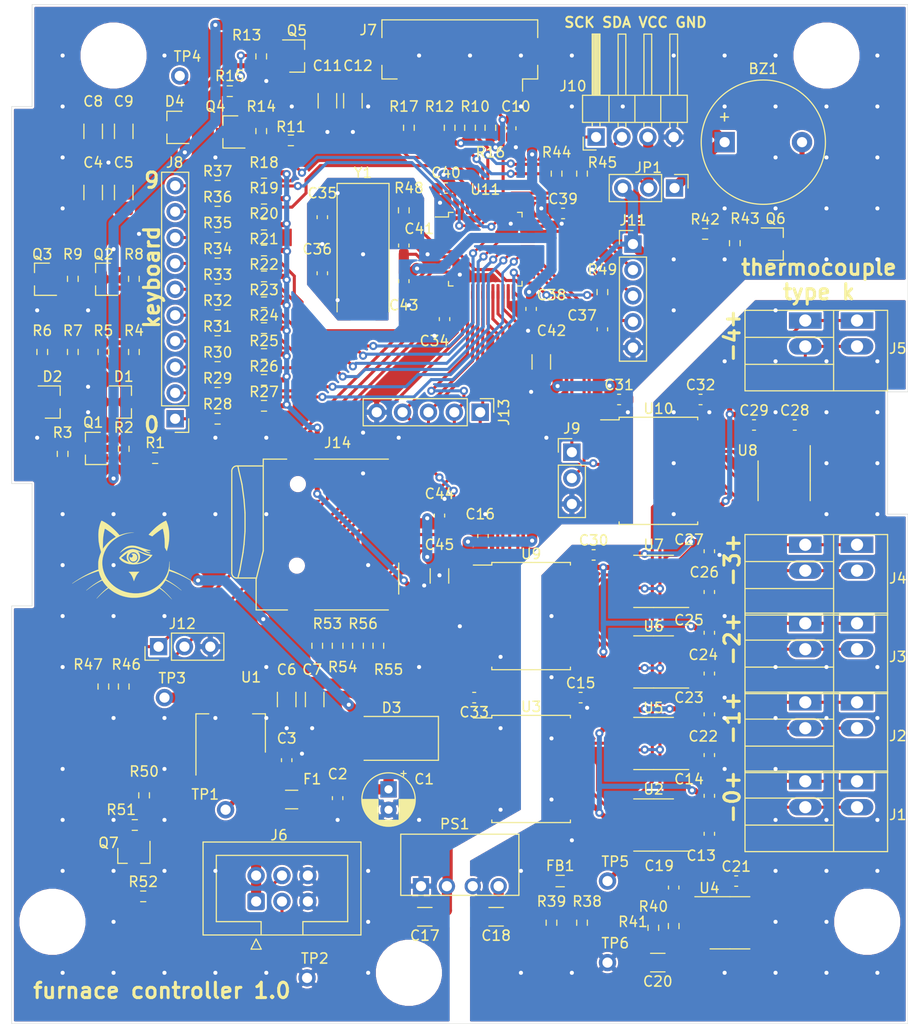
<source format=kicad_pcb>
(kicad_pcb (version 20241229) (generator "pcbnew") (generator_version "9.0")
  (layers (0 "F.Cu" signal) (2 "B.Cu" signal) (13 "F.Paste" user) (15 "B.Paste" user) (5 "F.SilkS" user) (7 "B.SilkS" user) (1 "F.Mask" user) (3 "B.Mask" user) (25 "Edge.Cuts" user))
  (net 0 "")
  (net 1 "Net-(BZ1-Pad2)")
  (net 2 "+5V")
  (net 3 "GND")
  (net 4 "Net-(C4-Pad2)")
  (net 5 "Net-(C4-Pad1)")
  (net 6 "+3V3")
  (net 7 "+10V")
  (net 8 "Net-(C11-Pad1)")
  (net 9 "Net-(C12-Pad1)")
  (net 10 "/TC-0")
  (net 11 "/TC+0")
  (net 12 "GND1")
  (net 13 "/ISOLATED_TEMP_SENSOR/+3V3_ISO")
  (net 14 "Net-(C18-Pad1)")
  (net 15 "Net-(C20-Pad1)")
  (net 16 "/TC-1")
  (net 17 "/TC+1")
  (net 18 "/TC-2")
  (net 19 "/TC+2")
  (net 20 "/TC-3")
  (net 21 "/TC+3")
  (net 22 "/TC-4")
  (net 23 "/TC+4")
  (net 24 "Net-(C35-Pad1)")
  (net 25 "Net-(C36-Pad1)")
  (net 26 "/MCU/NRST")
  (net 27 "Net-(D1-Pad3)")
  (net 28 "Net-(D1-Pad2)")
  (net 29 "Net-(D1-Pad1)")
  (net 30 "Net-(D2-Pad2)")
  (net 31 "Net-(D2-Pad1)")
  (net 32 "/POWER_3V3_10V/+5V_IN")
  (net 33 "/MCU/EXT_UART_RX")
  (net 34 "/MCU/HEATER_CTRL")
  (net 35 "Net-(J7-Pad24)")
  (net 36 "Net-(J7-Pad21)")
  (net 37 "/MCU/DPY_I2C_SDA")
  (net 38 "/MCU/DPY_I2C_SCK")
  (net 39 "/MCU/~{DPY_RST}")
  (net 40 "Net-(J7-Pad4)")
  (net 41 "Net-(J7-Pad1)")
  (net 42 "Net-(J8-Pad10)")
  (net 43 "Net-(J8-Pad9)")
  (net 44 "Net-(J8-Pad8)")
  (net 45 "Net-(J8-Pad7)")
  (net 46 "Net-(J8-Pad6)")
  (net 47 "Net-(J8-Pad5)")
  (net 48 "Net-(J8-Pad4)")
  (net 49 "Net-(J8-Pad3)")
  (net 50 "Net-(J8-Pad2)")
  (net 51 "Net-(J8-Pad1)")
  (net 52 "/ISOLATED_TEMP_SENSOR/MISO")
  (net 53 "/ISOLATED_TEMP_SENSOR/SCK")
  (net 54 "Net-(J10-Pad3)")
  (net 55 "/MCU/SWDIO")
  (net 56 "/MCU/SWCLK")
  (net 57 "/MICRO_SD_CARD/MISO")
  (net 58 "/MICRO_SD_CARD/MOSI")
  (net 59 "/MICRO_SD_CARD/SCK")
  (net 60 "/MICRO_SD_CARD/~{CS}")
  (net 61 "/MICRO_SD_CARD/CARD_DET")
  (net 62 "Net-(J14-Pad1)")
  (net 63 "Net-(J14-Pad8)")
  (net 64 "Net-(Q1-Pad1)")
  (net 65 "Net-(Q2-Pad1)")
  (net 66 "Net-(Q3-Pad1)")
  (net 67 "Net-(Q4-Pad3)")
  (net 68 "Net-(Q4-Pad1)")
  (net 69 "Net-(Q5-Pad1)")
  (net 70 "Net-(Q6-Pad1)")
  (net 71 "Net-(Q7-Pad3)")
  (net 72 "Net-(Q7-Pad1)")
  (net 73 "/MCU/CHARGE_PUMP_CLK")
  (net 74 "/MCU/DPY_PWR_EN")
  (net 75 "/KEYBOARD_CONNECTOR/KYBD9")
  (net 76 "/KEYBOARD_CONNECTOR/KYBD8")
  (net 77 "/KEYBOARD_CONNECTOR/KYBD7")
  (net 78 "/KEYBOARD_CONNECTOR/KYBD6")
  (net 79 "/KEYBOARD_CONNECTOR/KYBD5")
  (net 80 "/KEYBOARD_CONNECTOR/KYBD4")
  (net 81 "/KEYBOARD_CONNECTOR/KYBD3")
  (net 82 "/KEYBOARD_CONNECTOR/KYBD2")
  (net 83 "/KEYBOARD_CONNECTOR/KYBD1")
  (net 84 "/KEYBOARD_CONNECTOR/KYBD0")
  (net 85 "/MCU/BZ_EN")
  (net 86 "Net-(R48-Pad2)")
  (net 87 "/ISOLATED_TEMP_SENSOR/ISOLATOR0/OUTB")
  (net 88 "/ISOLATED_TEMP_SENSOR/ISOLATOR0/OUTA")
  (net 89 "Net-(U3-Pad11)")
  (net 90 "Net-(U3-Pad6)")
  (net 91 "/ISOLATED_TEMP_SENSOR/~{CS0}")
  (net 92 "Net-(U4-Pad8)")
  (net 93 "Net-(U4-Pad5)")
  (net 94 "/ISOLATED_TEMP_SENSOR/ISOLATOR1/OUTA")
  (net 95 "/ISOLATED_TEMP_SENSOR/ISOLATOR1/OUTB")
  (net 96 "/ISOLATED_TEMP_SENSOR/ISOLATOR2/OUTA")
  (net 97 "/ISOLATED_TEMP_SENSOR/ISOLATOR2/OUTB")
  (net 98 "Net-(U9-Pad11)")
  (net 99 "Net-(U9-Pad6)")
  (net 100 "/ISOLATED_TEMP_SENSOR/ISOLATOR1/OUTC")
  (net 101 "/ISOLATED_TEMP_SENSOR/~{CS2}")
  (net 102 "/ISOLATED_TEMP_SENSOR/~{CS1}")
  (net 103 "Net-(U10-Pad11)")
  (net 104 "Net-(U10-Pad6)")
  (net 105 "/ISOLATED_TEMP_SENSOR/~{CS4}")
  (net 106 "/ISOLATED_TEMP_SENSOR/~{CS3}")
  (net 107 "Net-(U11-Pad4)")
  (net 108 "Net-(U11-Pad3)")
  (net 109 "Net-(U11-Pad2)")
  (net 110 "Net-(U11-Pad1)")
  (net 111 "Net-(C19-Pad1)")
  (net 112 "/ISOLATED_TEMP_SENSOR/ISOLATOR2/INC")
  (net 113 "/ISOLATED_TEMP_SENSOR/ISOLATOR0/OUTC")
  (net 114 "/MCU/UART2_RX")
  (net 115 "/MCU/UART2_TX")
  (footprint "Buzzer_Beeper:Buzzer_12x9.5RM7.6" (layer "F.Cu") (at 70 13.5)
    (property "Reference" "BZ1")
    (property "Value" "Buzzer")
  )
  (footprint "Capacitor_THT:CP_Radial_D5.0mm_P2.00mm" (layer "F.Cu") (at 37 77 -90)
    (property "Reference" "C1")
    (property "Value" "100u")
  )
  (footprint "Capacitor_SMD:C_0603_1608Metric_Pad1.08x0.95mm_HandSolder" (layer "F.Cu") (at 32 77.8625 -90)
    (property "Reference" "C2")
    (property "Value" "1u")
  )
  (footprint "Capacitor_SMD:C_0603_1608Metric_Pad1.08x0.95mm_HandSolder" (layer "F.Cu") (at 27 74.1375 90)
    (property "Reference" "C3")
    (property "Value" "0,1")
  )
  (footprint "Capacitor_SMD:C_1206_3216Metric_Pad1.33x1.80mm_HandSolder" (layer "F.Cu") (at 27 68.1875 -90)
    (property "Reference" "C6")
    (property "Value" "10u")
  )
  (footprint "Capacitor_SMD:C_1206_3216Metric_Pad1.33x1.80mm_HandSolder" (layer "F.Cu") (at 29.75 68.1875 -90)
    (property "Reference" "C7")
    (property "Value" "10u")
  )
  (footprint "Capacitor_SMD:C_0603_1608Metric_Pad1.08x0.95mm_HandSolder" (layer "F.Cu") (at 49 12.1375 -90)
    (property "Reference" "C10")
    (property "Value" "1u")
  )
  (footprint "Capacitor_SMD:C_1206_3216Metric_Pad1.33x1.80mm_HandSolder" (layer "F.Cu") (at 31 9.4375 -90)
    (property "Reference" "C11")
    (property "Value" "4,7")
  )
  (footprint "Capacitor_SMD:C_1206_3216Metric_Pad1.33x1.80mm_HandSolder" (layer "F.Cu") (at 33.5 9.4375 -90)
    (property "Reference" "C12")
    (property "Value" "4,7")
  )
  (footprint "Capacitor_SMD:C_0603_1608Metric_Pad1.08x0.95mm_HandSolder" (layer "F.Cu") (at 55.8625 68)
    (property "Reference" "C15")
    (property "Value" "0,1")
  )
  (footprint "Capacitor_SMD:C_0603_1608Metric_Pad1.08x0.95mm_HandSolder" (layer "F.Cu") (at 46.275 52.1375 90)
    (property "Reference" "C16")
    (property "Value" "0,1")
  )
  (footprint "Capacitor_SMD:C_1206_3216Metric_Pad1.33x1.80mm_HandSolder" (layer "F.Cu") (at 40.5625 89.5 180)
    (property "Reference" "C17")
    (property "Value" "4,7")
  )
  (footprint "Capacitor_SMD:C_0603_1608Metric_Pad1.08x0.95mm_HandSolder" (layer "F.Cu") (at 65 86.6375 90)
    (property "Reference" "C19")
    (property "Value" "0,1")
  )
  (footprint "Capacitor_SMD:C_1206_3216Metric_Pad1.33x1.80mm_HandSolder" (layer "F.Cu") (at 63.4375 94 180)
    (property "Reference" "C20")
    (property "Value" "10u")
  )
  (footprint "Capacitor_SMD:C_0603_1608Metric_Pad1.08x0.95mm_HandSolder" (layer "F.Cu") (at 71.1375 86)
    (property "Reference" "C21")
    (property "Value" "1u")
  )
  (footprint "Capacitor_SMD:C_0603_1608Metric_Pad1.08x0.95mm_HandSolder" (layer "F.Cu") (at 68.5 73.6375 -90)
    (property "Reference" "C22")
    (property "Value" "0,01")
  )
  (footprint "Capacitor_SMD:C_0603_1608Metric_Pad1.08x0.95mm_HandSolder" (layer "F.Cu") (at 68.5 69.6375 90)
    (property "Reference" "C23")
    (property "Value" "0,1")
  )
  (footprint "Capacitor_SMD:C_0603_1608Metric_Pad1.08x0.95mm_HandSolder" (layer "F.Cu") (at 68.5 61.6375 90)
    (property "Reference" "C25")
    (property "Value" "0,1")
  )
  (footprint "Capacitor_SMD:C_0603_1608Metric_Pad1.08x0.95mm_HandSolder" (layer "F.Cu") (at 57.1375 54)
    (property "Reference" "C30")
    (property "Value" "0,1")
  )
  (footprint "Capacitor_SMD:C_0603_1608Metric_Pad1.08x0.95mm_HandSolder" (layer "F.Cu") (at 45.4125 68 180)
    (property "Reference" "C33")
    (property "Value" "0,1")
  )
  (footprint "Capacitor_SMD:C_0603_1608Metric_Pad1.08x0.95mm_HandSolder" (layer "F.Cu") (at 42.5 30.8625 -90)
    (property "Reference" "C34")
    (property "Value" "0,01")
  )
  (footprint "Capacitor_SMD:C_0603_1608Metric_Pad1.08x0.95mm_HandSolder" (layer "F.Cu") (at 30.5 20.8625 -90)
    (property "Reference" "C35")
    (property "Value" "10p")
  )
  (footprint "Capacitor_SMD:C_0603_1608Metric_Pad1.08x0.95mm_HandSolder" (layer "F.Cu") (at 30.5 26.3625 90)
    (property "Reference" "C36")
    (property "Value" "10p")
  )
  (footprint "Capacitor_SMD:C_0603_1608Metric_Pad1.08x0.95mm_HandSolder" (layer "F.Cu") (at 58 31.8625 -90)
    (property "Reference" "C37")
    (property "Value" "0,1")
  )
  (footprint "Capacitor_SMD:C_0603_1608Metric_Pad1.08x0.95mm_HandSolder" (layer "F.Cu") (at 51 29.8625 -90)
    (property "Reference" "C38")
    (property "Value" "0,1")
  )
  (footprint "Capacitor_SMD:C_0603_1608Metric_Pad1.08x0.95mm_HandSolder" (layer "F.Cu") (at 54.1375 20.5)
    (property "Reference" "C39")
    (property "Value" "0,1")
  )
  (footprint "Capacitor_SMD:C_0603_1608Metric_Pad1.08x0.95mm_HandSolder" (layer "F.Cu") (at 42.6375 18 180)
    (property "Reference" "C40")
    (property "Value" "0,1")
  )
  (footprint "Capacitor_SMD:C_0603_1608Metric_Pad1.08x0.95mm_HandSolder" (layer "F.Cu") (at 38.5 23.6375 90)
    (property "Reference" "C41")
    (property "Value" "0,01")
  )
  (footprint "Capacitor_SMD:C_1206_3216Metric_Pad1.33x1.80mm_HandSolder" (layer "F.Cu") (at 52 35.0625 -90)
    (property "Reference" "C42")
    (property "Value" "4,7")
  )
  (footprint "Capacitor_SMD:C_0603_1608Metric_Pad1.08x0.95mm_HandSolder" (layer "F.Cu") (at 38.5 27.1375 -90)
    (property "Reference" "C43")
    (property "Value" "1u")
  )
  (footprint "Capacitor_SMD:C_0603_1608Metric_Pad1.08x0.95mm_HandSolder" (layer "F.Cu") (at 42 50.1375 90)
    (property "Reference" "C44")
    (property "Value" "0,1")
  )
  (footprint "Capacitor_SMD:C_1206_3216Metric_Pad1.33x1.80mm_HandSolder" (layer "F.Cu") (at 42 56.0625 -90)
    (property "Reference" "C45")
    (property "Value" "10u")
  )
  (footprint "Diode_SMD:D_SMB_Handsoldering" (layer "F.Cu") (at 37.3 72 180)
    (property "Reference" "D3")
    (property "Value" "SMAJ5.0CA")
  )
  (footprint "Package_TO_SOT_SMD:SOT-23" (layer "F.Cu") (at 16 12.05 180)
    (property "Reference" "D4")
    (property "Value" "BAT54S")
  )
  (footprint "Fuse:Fuse_1206_3216Metric_Pad1.42x1.75mm_HandSolder" (layer "F.Cu") (at 27.4875 78 180)
    (property "Reference" "F1")
    (property "Value" "0.2A")
  )
  (footprint "furnace_controller:stamp" (layer "F.Cu") (at 12 54.5)
    (property "Reference" "G1" (hide yes))
    (property "Value" "LOGO" (hide yes))
  )
  (footprint "furnace_controller:hole_D3.5mm" (layer "F.Cu") (at 4 90)
    (property "Reference" "H1" (hide yes))
    (property "Value" "MountingHole" (hide yes))
  )
  (footprint "furnace_controller:hole_D3.5mm" (layer "F.Cu") (at 39 95)
    (property "Reference" "H2" (hide yes))
    (property "Value" "MountingHole" (hide yes))
  )
  (footprint "furnace_controller:hole_D3.5mm" (layer "F.Cu") (at 84 90)
    (property "Reference" "H3" (hide yes))
    (property "Value" "MountingHole" (hide yes))
  )
  (footprint "furnace_controller:DG141R-2.54-02P" (layer "F.Cu") (at 83 76.21 -90)
    (property "Reference" "J1")
    (property "Value" "DG141R-2.54-02P")
  )
  (footprint "furnace_controller:DG141R-2.54-02P" (layer "F.Cu") (at 83 60.71 -90)
    (property "Reference" "J3")
    (property "Value" "DG141R-2.54-02P")
  )
  (footprint "furnace_controller:Hirose_FH12-24S-0.5SH_1x24-1MP_P0.50mm_Horizontal" (layer "F.Cu") (at 44 6 180)
    (property "Reference" "J7")
    (property "Value" "FPC-24P 0.5mm")
  )
  (footprint "Connector_PinHeader_2.54mm:PinHeader_1x10_P2.54mm_Vertical" (layer "F.Cu") (at 16.05 40.64 180)
    (property "Reference" "J8")
    (property "Value" "PLS-10R")
  )
  (footprint "Connector_PinHeader_2.54mm:PinHeader_1x03_P2.54mm_Vertical" (layer "F.Cu") (at 55 43.92)
    (property "Reference" "J9")
    (property "Value" "PLS-3")
  )
  (footprint "Connector_PinHeader_2.54mm:PinHeader_1x05_P2.54mm_Vertical" (layer "F.Cu") (at 61 23.5)
    (property "Reference" "J11")
    (property "Value" "PLS-5")
  )
  (footprint "Connector_PinHeader_2.54mm:PinHeader_1x03_P2.54mm_Vertical" (layer "F.Cu") (at 14.42 63 90)
    (property "Reference" "J12")
    (property "Value" "PLS-3")
  )
  (footprint "furnace_controller:CTF-11081-P" (layer "F.Cu") (at 38 52 90)
    (property "Reference" "J14")
    (property "Value" "CTF-11081-P")
  )
  (footprint "Connector_PinHeader_2.54mm:PinHeader_1x03_P2.54mm_Vertical" (layer "F.Cu") (at 65.08 18 -90)
    (property "Reference" "JP1")
    (property "Value" "Jumper_NC_Dual")
  )
  (footprint "Package_TO_SOT_SMD:SOT-23" (layer "F.Cu") (at 21.5 12.5 180)
    (property "Reference" "Q4")
    (property "Value" "BC847")
  )
  (footprint "Package_TO_SOT_SMD:SOT-23" (layer "F.Cu") (at 28 5.05)
    (property "Reference" "Q5")
    (property "Value" "IRLML6402")
  )
  (footprint "Package_TO_SOT_SMD:SOT-23" (layer "F.Cu") (at 12 83.5 -90)
    (property "Reference" "Q7")
    (property "Value" "BC847")
  )
  (footprint "Resistor_SMD:R_0603_1608Metric_Pad0.98x0.95mm_HandSolder" (layer "F.Cu") (at 45 12.0875 90)
    (property "Reference" "R10")
    (property "Value" "4,7k")
  )
  (footprint "Resistor_SMD:R_0603_1608Metric_Pad0.98x0.95mm_HandSolder" (layer "F.Cu") (at 27.4125 13.325 180)
    (property "Reference" "R11")
    (property "Value" "10k")
  )
  (footprint "Resistor_SMD:R_0603_1608Metric_Pad0.98x0.95mm_HandSolder" (layer "F.Cu") (at 43 12.0875 90)
    (property "Reference" "R12")
    (property "Value" "4,7k")
  )
  (footprint "Resistor_SMD:R_0603_1608Metric_Pad0.98x0.95mm_HandSolder" (layer "F.Cu") (at 24.5 5.0875 90)
    (property "Reference" "R13")
    (property "Value" "56k")
  )
  (footprint "Resistor_SMD:R_0603_1608Metric_Pad0.98x0.95mm_HandSolder" (layer "F.Cu") (at 24.5 12.4125 90)
    (property "Reference" "R14")
    (property "Value" "56k")
  )
  (footprint "Resistor_SMD:R_0603_1608Metric_Pad0.98x0.95mm_HandSolder" (layer "F.Cu") (at 21.4125 8.5 180)
    (property "Reference" "R15")
    (property "Value" "3,3k")
  )
  (footprint "Resistor_SMD:R_0603_1608Metric_Pad0.98x0.95mm_HandSolder" (layer "F.Cu") (at 47 12.0875 90)
    (property "Reference" "R16")
    (property "Value" "10k")
  )
  (footprint "Resistor_SMD:R_0603_1608Metric_Pad0.98x0.95mm_HandSolder" (layer "F.Cu") (at 39 12.0875 -90)
    (property "Reference" "R17")
    (property "Value" "680k")
  )
  (footprint "Resistor_SMD:R_0603_1608Metric_Pad0.98x0.95mm_HandSolder" (layer "F.Cu") (at 53 90.0875 -90)
    (property "Reference" "R39")
    (property "Value" "680")
  )
  (footprint "Resistor_SMD:R_0603_1608Metric_Pad0.98x0.95mm_HandSolder" (layer "F.Cu") (at 65 90.4125 -90)
    (property "Reference" "R40")
    (property "Value" "240 1%")
  )
  (footprint "Resistor_SMD:R_0603_1608Metric_Pad0.98x0.95mm_HandSolder" (layer "F.Cu") (at 63 90.5875 90)
    (property "Reference" "R41")
    (property "Value" "390 1%")
  )
  (footprint "Resistor_SMD:R_0603_1608Metric_Pad0.98x0.95mm_HandSolder" (layer "F.Cu") (at 53.5 16.5875 90)
    (property "Reference" "R44")
    (property "Value" "4,7k")
  )
  (footprint "Resistor_SMD:R_0603_1608Metric_Pad0.98x0.95mm_HandSolder" (layer "F.Cu") (at 56 16.5875 90)
    (property "Reference" "R45")
    (property "Value" "4,7k")
  )
  (footprint "Resistor_SMD:R_0603_1608Metric_Pad0.98x0.95mm_HandSolder" (layer "F.Cu") (at 11 66.9125 90)
    (property "Reference" "R46")
    (property "Value" "3,3k")
  )
  (footprint "Resistor_SMD:R_0603_1608Metric_Pad0.98x0.95mm_HandSolder" (layer "F.Cu") (at 9 66.9125 90)
    (property "Reference" "R47")
    (property "Value" "1k")
  )
  (footprint "Resistor_SMD:R_0603_1608Metric_Pad0.98x0.95mm_HandSolder" (layer "F.Cu") (at 38.5 20.1875 -90)
    (property "Reference" "R48")
    (property "Value" "0")
  )
  (footprint "Resistor_SMD:R_0603_1608Metric_Pad0.98x0.95mm_HandSolder" (layer "F.Cu") (at 58 28.2125 -90)
    (property "Reference" "R49")
    (property "Value" "10k")
  )
  (footprint "Resistor_SMD:R_0603_1608Metric_Pad0.98x0.95mm_HandSolder" (layer "F.Cu") (at 13 77.5875 -90)
    (property "Reference" "R50")
    (property "Value" "3,3k")
  )
  (footprint "Resistor_SMD:R_0603_1608Metric_Pad0.98x0.95mm_HandSolder" (layer "F.Cu") (at 12.0875 80.5 180)
    (property "Reference" "R51")
    (property "Value" "56k")
  )
  (footprint "Resistor_SMD:R_0603_1608Metric_Pad0.98x0.95mm_HandSolder" (layer "F.Cu") (at 12.9125 87.5)
    (property "Reference" "R52")
    (property "Value" "150")
  )
  (footprint "Resistor_SMD:R_0603_1608Metric_Pad0.98x0.95mm_HandSolder" (layer "F.Cu") (at 30 62.9125 90)
    (property "Reference" "R53")
    (property "Value" "10k")
  )
  (footprint "Resistor_SMD:R_0603_1608Metric_Pad0.98x0.95mm_HandSolder" (layer "F.Cu") (at 32 62.9125 90)
    (property "Reference" "R54")
    (property "Value" "10k")
  )
  (footprint "Resistor_SMD:R_0603_1608Metric_Pad0.98x0.95mm_HandSolder" (layer "F.Cu") (at 36 62.9125 90)
    (property "Reference" "R55")
    (property "Value" "10k")
  )
  (footprint "Resistor_SMD:R_0603_1608Metric_Pad0.98x0.95mm_HandSolder" (layer "F.Cu") (at 34 62.9125 90)
    (property "Reference" "R56")
    (property "Value" "10k")
  )
  (footprint "furnace_controller:TP" (layer "F.Cu") (at 15 68)
    (property "Reference" "TP3")
    (property "Value" "TestPoint")
  )
  (footprint "furnace_controller:TP" (layer "F.Cu") (at 58.5 86)
    (property "Reference" "TP5")
    (property "Value" "TestPoint")
  )
  (footprint "Package_TO_SOT_SMD:SOT-223-3_TabPin2" (layer "F.Cu") (at 21.5 71.5 90)
    (property "Reference" "U1")
    (property "Value" "AMS1117-3.3")
  )
  (footprint "Package_SO:SOIC-8_3.9x4.9mm_P1.27mm" (layer "F.Cu") (at 70.525 90.095)
    (property "Reference" "U4")
    (property "Value" "LM317L_SO8")
  )
  (footprint "Package_SO:SOIC-16W_7.5x10.3mm_P1.27mm" (layer "F.Cu") (at 51 60)
    (property "Reference" "U9")
    (property "Value" "ADuM1301")
  )
  (footprint "Package_QFP:LQFP-48_7x7mm_P0.5mm" (layer "F.Cu") (at 46.5 24)
    (property "Reference" "U11")
    (property "Value" "STM32F103C6Tx")
  )
  (footprint "Capacitor_SMD:C_0603_1608Metric_Pad1.08x0.95mm_HandSolder" (layer "F.Cu") (at 68.5 81.3625 -90)
    (property "Reference" "C13")
    (property "Value" "0,01")
  )
  (footprint "Capacitor_SMD:C_0603_1608Metric_Pad1.08x0.95mm_HandSolder" (layer "F.Cu") (at 68.5 77.6375 90)
    (property "Reference" "C14")
    (property "Value" "0,1")
  )
  (footprint "Package_SO:SOIC-8_3.9x4.9mm_P1.27mm" (layer "F.Cu") (at 63.025 80.5 180)
    (property "Reference" "U2")
    (property "Value" "MAX31855EASA")
  )
  (footprint "Package_SO:SOIC-8_3.9x4.9mm_P1.27mm" (layer "F.Cu") (at 63.025 72.5 180)
    (property "Reference" "U5")
    (property "Value" "MAX31855EASA")
  )
  (footprint "Capacitor_SMD:C_0603_1608Metric_Pad1.08x0.95mm_HandSolder" (layer "F.Cu") (at 59.6375 38.75)
    (property "Reference" "C31")
    (property "Value" "0,1")
  )
  (footprint "Capacitor_SMD:C_0603_1608Metric_Pad1.08x0.95mm_HandSolder" (layer "F.Cu") (at 68.5 57.6375 -90)
    (property "Reference" "C26")
    (property "Value" "0,01")
  )
  (footprint "Capacitor_SMD:C_0603_1608Metric_Pad1.08x0.95mm_HandSolder" (layer "F.Cu") (at 68.5 53.6375 -90)
    (property "Reference" "C27")
    (property "Value" "0,1")
  )
  (footprint "Capacitor_SMD:C_0603_1608Metric_Pad1.08x0.95mm_HandSolder" (layer "F.Cu") (at 76.8875 41.25)
    (property "Reference" "C28")
    (property "Value" "0,01")
  )
  (footprint "furnace_controller:DG141R-2.54-02P" (layer "F.Cu") (at 83 53 -90)
    (property "Reference" "J4")
    (property "Value" "DG141R-2.54-02P")
  )
  (footprint "Capacitor_SMD:C_0603_1608Metric_Pad1.08x0.95mm_HandSolder" (layer "F.Cu") (at 72.8875 41.25)
    (property "Reference" "C29")
    (property "Value" "0,1")
  )
  (footprint "furnace_controller:DG141R-2.54-02P" (layer "F.Cu") (at 83 31 -90)
    (property "Reference" "J5")
    (property "Value" "DG141R-2.54-02P")
  )
  (footprint "Capacitor_SMD:C_0603_1608Metric_Pad1.08x0.95mm_HandSolder" (layer "F.Cu") (at 67.6375 38.75)
    (property "Reference" "C32")
    (property "Value" "0,1")
  )
  (footprint "Package_SO:SOIC-8_3.9x4.9mm_P1.27mm" (layer "F.Cu") (at 63.025 56.595 180)
    (property "Reference" "U7")
    (property "Value" "MAX31855EASA")
  )
  (footprint "Package_SO:SOIC-16W_7.5x10.3mm_P1.27mm" (layer "F.Cu") (at 63.5 45.75)
    (property "Reference" "U10")
    (property "Value" "ADuM1301")
  )
  (footprint "Package_SO:SOIC-8_3.9x4.9mm_P1.27mm" (layer "F.Cu") (at 75.845 46.725 -90)
    (property "Reference" "U8")
    (property "Value" "MAX31855EASA")
  )
  (footprint "Capacitor_SMD:C_0603_1608Metric_Pad1.08x0.95mm_HandSolder" (layer "F.Cu") (at 68.5 65.6375 -90)
    (property "Reference" "C24")
    (property "Value" "0,01")
  )
  (footprint "Package_SO:SOIC-8_3.9x4.9mm_P1.27mm" (layer "F.Cu") (at 63.025 64.5 180)
    (property "Reference" "U6")
    (property "Value" "MAX31855EASA")
  )
  (footprint "Package_SO:SOIC-16W_7.5x10.3mm_P1.27mm" (layer "F.Cu") (at 51 75)
    (property "Reference" "U3")
    (property "Value" "ADuM1301")
  )
  (footprint "Connector_PinHeader_2.54mm:PinHeader_1x04_P2.54mm_Horizontal" (layer "F.Cu") (at 57.38 13 90)
    (property "Reference" "J10")
    (property "Value" "PLS-4R")
  )
  (footprint "furnace_controller:B_S-1WR3" (layer "F.Cu") (at 44 86.5)
    (property "Reference" "PS1")
    (property "Value" "B0505S-1WR2")
  )
  (footprint "Capacitor_SMD:C_1206_3216Metric_Pad1.33x1.80mm_HandSolder" (layer "F.Cu") (at 47.5625 89.5 180)
    (property "Reference" "C18")
    (property "Value" "10u")
  )
  (footprint "Resistor_SMD:R_0603_1608Metric_Pad0.98x0.95mm_HandSolder" (layer "F.Cu") (at 56 90.0875 -90)
    (property "Reference" "R38")
    (property "Value" "680")
  )
  (footprint "furnace_controller:TP" (layer "F.Cu") (at 58.5 94)
    (property "Reference" "TP6")
    (property "Value" "TestPoint")
  )
  (footprint "Inductor_SMD:L_0805_2012Metric_Pad1.05x1.20mm_HandSolder" (layer "F.Cu") (at 53.85 86 180)
    (property "Reference" "FB1")
    (property "Value" "Ferrite_Bead")
  )
  (footprint "Connector_IDC:IDC-Header_2x03_P2.54mm_Vertical" (layer "F.Cu") (at 24 88 90)
    (property "Reference" "J6")
    (property "Value" "IDC-6")
  )
  (footprint "Crystal:Crystal_SMD_HC49-SD" (layer "F.Cu") (at 34.5 24.25 -90)
    (property "Reference" "Y1")
    (property "Value" "8MHz")
  )
  (footprint "Connector_PinHeader_2.54mm:PinHeader_1x05_P2.54mm_Vertical" (layer "F.Cu") (at 46 40 -90)
    (property "Reference" "J13")
    (property "Value" "PLS-5")
  )
  (footprint "furnace_controller:DG141R-2.54-02P" (layer "F.Cu") (at 83 68.46 -90)
    (property "Reference" "J2")
    (property "Value" "DG141R-2.54-02P")
  )
  (footprint "Package_TO_SOT_SMD:SOT-23" (layer "F.Cu") (at 75 23.5)
    (property "Reference" "Q6")
    (property "Value" "BC847")
  )
  (footprint "Resistor_SMD:R_0603_1608Metric_Pad0.98x0.95mm_HandSolder" (layer "F.Cu") (at 68.0875 22.5)
    (property "Reference" "R42")
    (property "Value" "3,3k")
  )
  (footprint "Resistor_SMD:R_0603_1608Metric_Pad0.98x0.95mm_HandSolder" (layer "F.Cu") (at 71 23.4125 -90)
    (property "Reference" "R43")
    (property "Value" "56k")
  )
  (footprint "Package_TO_SOT_SMD:SOT-23" (layer "F.Cu") (at 8 43.55 180)
    (property "Reference" "Q1")
    (property "Value" "BC847")
  )
  (footprint "Package_TO_SOT_SMD:SOT-23" (layer "F.Cu") (at 9 26.95 180)
    (property "Reference" "Q2")
    (property "Value" "IRLML6402")
  )
  (footprint "Package_TO_SOT_SMD:SOT-23" (layer "F.Cu") (at 3 26.95 180)
    (property "Reference" "Q3")
    (property "Value" "IRLML2402")
  )
  (footprint "Resistor_SMD:R_0603_1608Metric_Pad0.98x0.95mm_HandSolder" (layer "F.Cu") (at 14.0875 44.5 180)
    (property "Reference" "R1")
    (property "Value" "3,3k")
  )
  (footprint "Resistor_SMD:R_0603_1608Metric_Pad0.98x0.95mm_HandSolder" (layer "F.Cu") (at 11 43.5875 90)
    (property "Reference" "R2")
    (property "Value" "56k")
  )
  (footprint "Resistor_SMD:R_0603_1608Metric_Pad0.98x0.95mm_HandSolder" (layer "F.Cu") (at 5 44.0875 90)
    (property "Reference" "R3")
    (property "Value" "330")
  )
  (footprint "Resistor_SMD:R_0603_1608Metric_Pad0.98x0.95mm_HandSolder" (layer "F.Cu") (at 12 34.0875 -90)
    (property "Reference" "R4")
    (property "Value" "100")
  )
  (footprint "Resistor_SMD:R_0603_1608Metric_Pad0.98x0.95mm_HandSolder" (layer "F.Cu") (at 9 34.0875 -90)
    (property "Reference" "R5")
    (property "Value" "680")
  )
  (footprint "Resistor_SMD:R_0603_1608Metric_Pad0.98x0.95mm_HandSolder" (layer "F.Cu") (at 3 34.0875 -90)
    (property "Reference" "R6")
    (property "Value" "1,2k")
  )
  (footprint "Resistor_SMD:R_0603_1608Metric_Pad0.98x0.95mm_HandSolder" (layer "F.Cu") (at 6 34.0875 -90)
    (property "Reference" "R7")
    (property "Value" "1,2k")
  )
  (footprint "Resistor_SMD:R_0603_1608Metric_Pad0.98x0.95mm_HandSolder" (layer "F.Cu") (at 12 26.9125 -90)
    (property "Reference" "R8")
    (property "Value" "56k")
  )
  (footprint "Resistor_SMD:R_0603_1608Metric_Pad0.98x0.95mm_HandSolder" (layer "F.Cu") (at 6 26.9125 90)
    (property "Reference" "R9")
    (property "Value" "56k")
  )
  (footprint "furnace_controller:TP" (layer "F.Cu") (at 16.5 7)
    (property "Reference" "TP4")
    (property "Value" "TestPoint")
  )
  (footprint "furnace_controller:TP" (layer "F.Cu") (at 21 79)
    (property "Reference" "TP1")
    (property "Value" "TestPoint")
  )
  (footprint "furnace_controller:TP" (layer "F.Cu") (at 29 95.5)
    (property "Reference" "TP2")
    (property "Value" "TestPoint")
  )
  (footprint "Capacitor_SMD:C_1206_3216Metric_Pad1.33x1.80mm_HandSolder" (layer "F.Cu") (at 8 18.4375 -90)
    (property "Reference" "C4")
    (property "Value" "10u")
  )
  (footprint "Capacitor_SMD:C_1206_3216Metric_Pad1.33x1.80mm_HandSolder" (layer "F.Cu") (at 11 18.4375 -90)
    (property "Reference" "C5")
    (property "Value" "10u")
  )
  (footprint "Capacitor_SMD:C_1206_3216Metric_Pad1.33x1.80mm_HandSolder" (layer "F.Cu") (at 8 12.4375 -90)
    (property "Reference" "C8")
    (property "Value" "10u")
  )
  (footprint "Capacitor_SMD:C_1206_3216Metric_Pad1.33x1.80mm_HandSolder" (layer "F.Cu") (at 11 12.4375 -90)
    (property "Reference" "C9")
    (property "Value" "10u")
  )
  (footprint "Package_TO_SOT_SMD:SOT-23" (layer "F.Cu") (at 11 39)
    (property "Reference" "D1")
    (property "Value" "BAT54S")
  )
  (footprint "Package_TO_SOT_SMD:SOT-23" (layer "F.Cu") (at 4 39)
    (property "Reference" "D2")
    (property "Value" "BAT54S")
  )
  (footprint "furnace_controller:hole_D3.5mm" (layer "F.Cu") (at 10 5)
    (property "Reference" "H4" (hide yes))
    (property "Value" "MountingHole" (hide yes))
  )
  (footprint "furnace_controller:hole_D3.5mm" (layer "F.Cu") (at 80 5)
    (property "Reference" "H5" (hide yes))
    (property "Value" "MountingHole" (hide yes))
  )
  (footprint "Resistor_SMD:R_0603_1608Metric_Pad0.98x0.95mm_HandSolder" (layer "F.Cu") (at 24.7725 31.75 180)
    (property "Reference" "R24")
    (property "Value" "56k")
  )
  (footprint "Resistor_SMD:R_0603_1608Metric_Pad0.98x0.95mm_HandSolder" (layer "F.Cu") (at 24.7725 34.29 180)
    (property "Reference" "R25")
    (property "Value" "56k")
  )
  (footprint "Resistor_SMD:R_0603_1608Metric_Pad0.98x0.95mm_HandSolder" (layer "F.Cu") (at 24.7725 36.83 180)
    (property "Reference" "R26")
    (property "Value" "56k")
  )
  (footprint "Resistor_SMD:R_0603_1608Metric_Pad0.98x0.95mm_HandSolder" (layer "F.Cu") (at 24.7725 39.37 180)
    (property "Reference" "R27")
    (property "Value" "56k")
  )
  (footprint "Resistor_SMD:R_0603_1608Metric_Pad0.98x0.95mm_HandSolder" (layer "F.Cu") (at 20.2175 35.56)
    (property "Reference" "R30")
    (property "Value" "180")
  )
  (footprint "Resistor_SMD:R_0603_1608Metric_Pad0.98x0.95mm_HandSolder" (layer "F.Cu") (at 20.2175 33.02)
    (property "Reference" "R31")
    (property "Value" "180")
  )
  (footprint "Resistor_SMD:R_0603_1608Metric_Pad0.98x0.95mm_HandSolder" (layer "F.Cu") (at 20.2175 30.48)
    (property "Reference" "R32")
    (property "Value" "180")
  )
  (footprint "Resistor_SMD:R_0603_1608Metric_Pad0.98x0.95mm_HandSolder" (layer "F.Cu") (at 20.2175 27.94)
    (property "Reference" "R33")
    (property "Value" "180")
  )
  (footprint "Resistor_SMD:R_0603_1608Metric_Pad0.98x0.95mm_HandSolder" (layer "F.Cu") (at 20.2175 17.78)
    (property "Reference" "R37")
    (property "Value" "180")
  )
  (footprint "Resistor_SMD:R_0603_1608Metric_Pad0.98x0.95mm_HandSolder" (layer "F.Cu") (at 24.7725 16.51 180)
    (property "Reference" "R18")
    (property "Value" "56k")
  )
  (footprint "Resistor_SMD:R_0603_1608Metric_Pad0.98x0.95mm_HandSolder" (layer "F.Cu") (at 24.7725 19.05 180)
    (property "Reference" "R19")
    (property "Value" "56k")
  )
  (footprint "Resistor_SMD:R_0603_1608Metric_Pad0.98x0.95mm_HandSolder" (layer "F.Cu") (at 24.7725 21.59 180)
    (property "Reference" "R20")
    (property "Value" "56k")
  )
  (footprint "Resistor_SMD:R_0603_1608Metric_Pad0.98x0.95mm_HandSolder" (layer "F.Cu") (at 24.7725 24.13 180)
    (property "Reference" "R21")
    (property "Value" "56k")
  )
  (footprint "Resistor_SMD:R_0603_1608Metric_Pad0.98x0.95mm_HandSolder" (layer "F.Cu") (at 24.7725 26.67 180)
    (property "Reference" "R22")
    (property "Value" "56k")
  )
  (footprint "Resistor_SMD:R_0603_1608Metric_Pad0.98x0.95mm_HandSolder" (layer "F.Cu") (at 24.7725 29.21 180)
    (property "Reference" "R23")
    (property "Value" "56k")
  )
  (footprint "Resistor_SMD:R_0603_1608Metric_Pad0.98x0.95mm_HandSolder" (layer "F.Cu") (at 20.2175 22.86)
    (property "Reference" "R35")
    (property "Value" "180")
  )
  (footprint "Resistor_SMD:R_0603_1608Metric_Pad0.98x0.95mm_HandSolder" (layer "F.Cu") (at 20.2175 38.1)
    (property "Reference" "R29")
    (property "Value" "180")
  )
  (footprint "Resistor_SMD:R_0603_1608Metric_Pad0.98x0.95mm_HandSolder" (layer "F.Cu") (at 20.2175 20.32)
    (property "Reference" "R36")
    (property "Value" "180")
  )
  (footprint "Resistor_SMD:R_0603_1608Metric_Pad0.98x0.95mm_HandSolder" (layer "F.Cu") (at 20.2175 40.64)
    (property "Reference" "R28")
    (property "Value" "180")
  )
  (footprint "Resistor_SMD:R_0603_1608Metric_Pad0.98x0.95mm_HandSolder" (layer "F.Cu") (at 20.2175 25.4)
    (property "Reference" "R34")
    (property "Value" "180")
  )
  (gr_line (start 0 100) (end 88 100) (stroke (width 0.05)) (layer "Edge.Cuts"))
  (gr_line (start 88 0) (end 2 0) (stroke (width 0.05)) (layer "Edge.Cuts"))
  (gr_line (start 0 59) (end 2 59) (stroke (width 0.05)) (layer "Edge.Cuts"))
  (gr_line (start 88 38) (end 88 0) (stroke (width 0.05)) (layer "Edge.Cuts"))
  (gr_line (start 0 59) (end 0 100) (stroke (width 0.05)) (layer "Edge.Cuts"))
  (gr_line (start 86 50) (end 86 38) (stroke (width 0.05)) (layer "Edge.Cuts"))
  (gr_line (start 88 100) (end 88 50) (stroke (width 0.05)) (layer "Edge.Cuts"))
  (gr_line (start 86 38) (end 88 38) (stroke (width 0.05)) (layer "Edge.Cuts"))
  (gr_line (start 88 50) (end 86 50) (stroke (width 0.05)) (layer "Edge.Cuts"))
  (gr_line (start 0 10) (end 0 47) (stroke (width 0.05)) (layer "Edge.Cuts"))
  (gr_line (start 2 10) (end 2 0) (stroke (width 0.05)) (layer "Edge.Cuts"))
  (gr_line (start 2 47) (end 0 47) (stroke (width 0.05)) (layer "Edge.Cuts"))
  (gr_line (start 0 10) (end 2 10) (stroke (width 0.05)) (layer "Edge.Cuts"))
  (gr_line (start 2 59) (end 2 47) (stroke (width 0.05)) (layer "Edge.Cuts"))
  (gr_text "-4+" (at 70.75 32.5 90) (layer "F.SilkS") (effects (font (size 1.5 1.5) (thickness 0.3))))
  (gr_text "thermocouple\ntype k" (at 79.25 27 0) (layer "F.SilkS") (effects (font (size 1.5 1.5) (thickness 0.3))))
  (gr_text "SCK SDA VCC GND" (at 61.25 1.75 0) (layer "F.SilkS") (effects (font (size 1 1) (thickness 0.2))))
  (gr_text "-1+" (at 70.75 70 90) (layer "F.SilkS") (effects (font (size 1.5 1.5) (thickness 0.3))))
  (gr_text "-3+" (at 70.75 54.5 90) (layer "F.SilkS") (effects (font (size 1.5 1.5) (thickness 0.3))))
  (gr_text "-0+" (at 70.75 77.75 90) (layer "F.SilkS") (effects (font (size 1.5 1.5) (thickness 0.3))))
  (gr_text "9" (at 13.75 17.25 0) (layer "F.SilkS") (effects (font (size 1.5 1.5) (thickness 0.3))))
  (gr_text "-2+" (at 70.75 62.25 90) (layer "F.SilkS") (effects (font (size 1.5 1.5) (thickness 0.3))))
  (gr_text "furnace controller 1.0" (at 14.75 96.75 0) (layer "F.SilkS") (effects (font (size 1.5 1.5) (thickness 0.3))))
  (gr_text "keyboard" (at 13.75 26.75 90) (layer "F.SilkS") (effects (font (size 1.5 1.5) (thickness 0.3))))
  (gr_text "0" (at 13.75 41.25 0) (layer "F.SilkS") (effects (font (size 1.5 1.5) (thickness 0.3))))
  (segment (start 77.6 13.5) (end 77.6 21.9) (width 0.5) (layer "F.Cu") (net 1))
  (segment (start 77.6 21.9) (end 76 23.5) (width 0.5) (layer "F.Cu") (net 1))
  (segment (start 9.4 47.1) (end 10 46.5) (width 1) (layer "F.Cu") (net 2))
  (segment (start 58.5 2) (end 70 13.5) (width 1) (layer "F.Cu") (net 2))
  (segment (start 34.6 72) (end 31.6 75) (width 1) (layer "F.Cu") (net 2))
  (segment (start 31.6 75) (end 27 75) (width 1) (layer "F.Cu") (net 2))
  (segment (start 42.8 86.43) (end 42.73 86.5) (width 1) (layer "F.Cu") (net 2))
  (segment (start 28.975 78) (end 29.975 77) (width 1) (layer "F.Cu") (net 2))
  (segment (start 17 14.5) (end 17 13) (width 1) (layer "F.Cu") (net 2))
  (segment (start 29.975 77) (end 32 77) (width 1) (layer "F.Cu") (net 2))
  (segment (start 70 13.5) (end 69.58 13.5) (width 1) (layer "F.Cu") (net 2))
  (segment (start 69.58 13.5) (end 65.08 18) (width 1) (layer "F.Cu") (net 2))
  (segment (start 23.8 76.2) (end 21 79) (width 0.5) (layer "F.Cu") (net 2))
  (segment (start 37 74.4) (end 34.6 72) (width 1) (layer "F.Cu") (net 2))
  (segment (start 42.73 86.5) (end 42.73 88.895) (width 1) (layer "F.Cu") (net 2))
  (segment (start 8.9 47.1) (end 18.3 56.5) (width 1) (layer "F.Cu") (net 2))
  (segment (start 5 45) (end 6.8 45) (width 1) (layer "F.Cu") (net 2))
  (segment (start 27 75) (end 24.15 75) (width 1) (layer "F.Cu") (net 2))
  (segment (start 12 26) (end 10 26) (width 0.5) (layer "F.Cu") (net 2))
  (segment (start 34.6 70.2) (end 33.1 68.7) (width 1) (layer "F.Cu") (net 2))
  (segment (start 42.73 88.895) (end 42.125 89.5) (width 1) (layer "F.Cu") (net 2))
  (segment (start 23.8 74.65) (end 23.8 76.2) (width 0.5) (layer "F.Cu") (net 2))
  (segment (start 8.9 47.1) (end 9.4 47.1) (width 1) (layer "F.Cu") (net 2))
  (segment (start 34.6 72) (end 36.450001 70.149999) (width 1) (layer "F.Cu") (net 2))
  (segment (start 32 77) (end 37 77) (width 1) (layer "F.Cu") (net 2))
  (segment (start 36.450001 70.149999) (end 42.310001 70.149999) (width 1) (layer "F.Cu") (net 2))
  (segment (start 10 24) (end 10 26) (width 1) (layer "F.Cu") (net 2))
  (segment (start 20 2) (end 58.5 2) (width 1) (layer "F.Cu") (net 2))
  (segment (start 24.15 75) (end 23.8 74.65) (width 1) (layer "F.Cu") (net 2))
  (segment (start 37 77) (end 37 74.4) (width 1) (layer "F.Cu") (net 2))
  (segment (start 34.6 72) (end 34.6 70.2) (width 1) (layer "F.Cu") (net 2))
  (segment (start 42.8 70.639998) (end 42.8 86.43) (width 1) (layer "F.Cu") (net 2))
  (segment (start 6.8 45) (end 8.9 47.1) (width 1) (layer "F.Cu") (net 2))
  (segment (start 42.310001 70.149999) (end 42.8 70.639998) (width 1) (layer "F.Cu") (net 2))
  (via (at 20 2) (size 0.8) (drill 0.4) (layers "F.Cu" "B.Cu") (net 2))
  (via (at 18.3 56.5) (size 0.8) (drill 0.4) (layers "F.Cu" "B.Cu") (net 2))
  (via (at 17 14.5) (size 0.8) (drill 0.4) (layers "F.Cu" "B.Cu") (net 2))
  (via (at 10 24) (size 0.8) (drill 0.4) (layers "F.Cu" "B.Cu") (net 2))
  (via (at 24.7 60.3) (size 0.8) (drill 0.4) (layers "F.Cu" "B.Cu") (net 2))
  (via (at 10 46.5) (size 0.8) (drill 0.4) (layers "F.Cu" "B.Cu") (net 2))
  (via (at 33.1 68.7) (size 0.8) (drill 0.4) (layers "F.Cu" "B.Cu") (net 2))
  (segment (start 24.7 60.3) (end 20.9 56.5) (width 1) (layer "B.Cu") (net 2))
  (segment (start 10 46.5) (end 10 24) (width 1) (layer "B.Cu") (net 2))
  (segment (start 33.1 68.7) (end 24.7 60.3) (width 1) (layer "B.Cu") (net 2))
  (segment (start 20.9 56.5) (end 18.3 56.5) (width 1) (layer "B.Cu") (net 2))
  (segment (start 10 24) (end 10 21.5) (width 1) (layer "B.Cu") (net 2))
  (segment (start 10 21.5) (end 17 14.5) (width 1) (layer "B.Cu") (net 2))
  (segment (start 17 14.5) (end 20 11.5) (width 1) (layer "B.Cu") (net 2))
  (segment (start 20 11.5) (end 20 2) (width 1) (layer "B.Cu") (net 2))
  (segment (start 30.5 23.5) (end 30.5 21.725) (width 0.3) (layer "F.Cu") (net 3))
  (segment (start 42.054649 19.445351) (end 41.775 19.165702) (width 0.25) (layer "F.Cu") (net 3))
  (segment (start 44.22501 20.37499) (end 44.22501 20.665692) (width 0.25) (layer "F.Cu") (net 3))
  (segment (start 41.775 19.165702) (end 41.775 18) (width 0.25) (layer "F.Cu") (net 3))
  (segment (start 9.075 42.675) (end 9 42.6) (width 0.5) (layer "F.Cu") (net 3))
  (segment (start 50.6625 21.75) (end 49.25 21.75) (width 0.3) (layer "F.Cu") (net 3))
  (segment (start 24.5 11.5) (end 22.55 11.5) (width 0.3) (layer "F.Cu") (net 3))
  (segment (start 43.990692 20.90001) (end 43.509308 20.90001) (width 0.25) (layer "F.Cu") (net 3))
  (segment (start 38.68212 22.775) (end 38.5 22.775) (width 0.3) (layer "F.Cu") (net 3))
  (segment (start 11.175 82.375) (end 11.05 82.5) (width 0.3) (layer "F.Cu") (net 3))
  (segment (start 11 42.675) (end 9.075 42.675) (width 0.5) (layer "F.Cu") (net 3))
  (segment (start 43.509308 20.90001) (end 42.054649 19.445351) (width 0.25) (layer "F.Cu") (net 3))
  (segment (start 22.55 11.5) (end 22.5 11.55) (width 0.3) (layer "F.Cu") (net 3))
  (segment (start 30.5 25.5) (end 30.5 23.5) (width 0.3) (layer "F.Cu") (net 3))
  (segment (start 45.490692 20.90001) (end 44.509308 20.90001) (width 0.25) (layer "F.Cu") (net 3))
  (segment (start 42.3375 24.75) (end 40.65712 24.75) (width 0.3) (layer "F.Cu") (net 3))
  (segment (start 50.6625 21.75) (end 53.75 21.75) (width 0.3) (layer "F.Cu") (net 3))
  (segment (start 44.25 20.640702) (end 43.990692 20.90001) (width 0.25) (layer "F.Cu") (net 3))
  (segment (start 54 21.5) (end 55 20.5) (width 0.3) (layer "F.Cu") (net 3))
  (segment (start 40.65712 24.75) (end 38.68212 22.775) (width 0.3) (layer "F.Cu") (net 3))
  (segment (start 44.25 19.8375) (end 44.25 20.640702) (width 0.25) (layer "F.Cu") (net 3))
  (segment (start 73.875 24.325) (end 74 24.45) (width 0.3) (layer "F.Cu") (net 3))
  (segment (start 74 24.45) (end 71.125 24.45) (width 0.5) (layer "F.Cu") (net 3))
  (segment (start 45.75 20.640702) (end 45.490692 20.90001) (width 0.25) (layer "F.Cu") (net 3))
  (segment (start 11.175 80.5) (end 11.175 82.375) (width 0.3) (layer "F.Cu") (net 3))
  (segment (start 53.75 21.75) (end 54 21.5) (width 0.3) (layer "F.Cu") (net 3))
  (segment (start 44.25 20.35) (end 44.22501 20.37499) (width 0.25) (layer "F.Cu") (net 3))
  (segment (start 49.25 21.75) (end 49 21.5) (width 0.3) (layer "F.Cu") (net 3))
  (segment (start 45.75 19.8375) (end 45.75 20.640702) (width 0.25) (layer "F.Cu") (net 3))
  (segment (start 44.509308 20.90001) (end 44.25 20.640702) (width 0.25) (layer "F.Cu") (net 3))
  (segment (start 71.125 24.45) (end 71 24.325) (width 0.5) (layer "F.Cu") (net 3))
  (segment (start 40.65712 24.75) (end 40.65712 24.676771) (width 0.3) (layer "F.Cu") (net 3))
  (segment (start 44.25 19.8375) (end 44.25 20.35) (width 0.25) (layer "F.Cu") (net 3))
  (segment (start 40.65712 24.676771) (end 40.833891 24.5) (width 0.3) (layer "F.Cu") (net 3))
  (via (at 32 18.5) (size 0.8) (drill 0.4) (layers "F.Cu" "B.Cu") (net 3))
  (via (at 32 80) (size 0.8) (drill 0.4) (layers "F.Cu" "B.Cu") (net 3))
  (via (at 34.5 42) (size 0.8) (drill 0.4) (layers "F.Cu" "B.Cu") (net 3))
  (via (at 10 90) (size 0.8) (drill 0.4) (layers "F.Cu" "B.Cu") (net 3))
  (via (at 52.5 42.5) (size 0.8) (drill 0.4) (layers "F.Cu" "B.Cu") (net 3))
  (via (at 44 61) (size 0.8) (drill 0.4) (layers "F.Cu" "B.Cu") (net 3))
  (via (at 5 85) (size 0.8) (drill 0.4) (layers "F.Cu" "B.Cu") (net 3))
  (via (at 42 56) (size 0.8) (drill 0.4) (layers "F.Cu" "B.Cu") (net 3))
  (via (at 10 80) (size 0.8) (drill 0.4) (layers "F.Cu" "B.Cu") (net 3))
  (via (at 5 15) (size 0.8) (drill 0.4) (layers "F.Cu" "B.Cu") (net 3))
  (via (at 39 29.5) (size 0.8) (drill 0.4) (layers "F.Cu" "B.Cu") (net 3))
  (via (at 55 5) (size 0.8) (drill 0.4) (layers "F.Cu" "B.Cu") (net 3))
  (via (at 35 10) (size 0.8) (drill 0.4) (layers "F.Cu" "B.Cu") (net 3))
  (via (at 80 20) (size 0.8) (drill 0.4) (layers "F.Cu" "B.Cu") (net 3))
  (via (at 75 15) (size 0.8) (drill 0.4) (layers "F.Cu" "B.Cu") (net 3))
  (via (at 15 95) (size 0.8) (drill 0.4) (layers "F.Cu" "B.Cu") (net 3))
  (via (at 70 10) (size 0.8) (drill 0.4) (layers "F.Cu" "B.Cu") (net 3))
  (via (at 10 60) (size 0.8) (drill 0.4) (layers "F.Cu" "B.Cu") (net 3))
  (via (at 70 20) (size 0.8) (drill 0.4) (layers "F.Cu" "B.Cu") (net 3))
  (via (at 20 70) (size 0.8) (drill 0.4) (layers "F.Cu" "B.Cu") (net 3))
  (via (at 10 85) (size 0.8) (drill 0.4) (layers "F.Cu" "B.Cu") (net 3))
  (via (at 60 10) (size 0.8) (drill 0.4) (layers "F.Cu" "B.Cu") (net 3))
  (via (at 55 10) (size 0.8) (drill 0.4) (layers "F.Cu" "B.Cu") (net 3))
  (via (at 10 55) (size 0.8) (drill 0.4) (layers "F.Cu" "B.Cu") (net 3))
  (via (at 28.5 73.5) (size 0.8) (drill 0.4) (layers "F.Cu" "B.Cu") (net 3))
  (via (at 5 75) (size 0.8) (drill 0.4) (layers "F.Cu" "B.Cu") (net 3))
  (via (at 35 90) (size 0.8) (drill 0.4) (layers "F.Cu" "B.Cu") (net 3))
  (via (at 5 95) (size 0.8) (drill 0.4) (layers "F.Cu" "B.Cu") (net 3))
  (via (at 15 75) (size 0.8) (drill 0.4) (layers "F.Cu" "B.Cu") (net 3))
  (via (at 30.5 23.5) (size 0.8) (drill 0.4) (layers "F.Cu" "B.Cu") (net 3))
  (via (at 80 10) (size 0.8) (drill 0.4) (layers "F.Cu" "B.Cu") (net 3))
  (via (at 10 70) (size 0.8) (drill 0.4) (layers "F.Cu" "B.Cu") (net 3))
  (via (at 44 26.5) (size 0.8) (drill 0.4) (layers "F.Cu" "B.Cu") (net 3))
  (via (at 15 5) (size 0.8) (drill 0.4) (layers "F.Cu" "B.Cu") (net 3))
  (via (at 65 5) (size 0.8) (drill 0.4) (layers "F.Cu" "B.Cu") (net 3))
  (via (at 5 55) (size 0.8) (drill 0.4) (layers "F.Cu" "B.Cu") (net 3))
  (via (at 38 42.5) (size 0.8) (drill 0.4) (layers "F.Cu" "B.Cu") (net 3))
  (via (at 15 80) (size 0.8) (drill 0.4) (layers "F.Cu" "B.Cu") (net 3))
  (via (at 25 70) (size 0.8) (drill 0.4) (layers "F.Cu" "B.Cu") (net 3))
  (via (at 70 5) (size 0.8) (drill 0.4) (layers "F.Cu" "B.Cu") (net 3))
  (via (at 5 80) (size 0.8) (drill 0.4) (layers "F.Cu" "B.Cu") (net 3))
  (via (at 33.5 12.5) (size 0.8) (drill 0.4) (layers "F.Cu" "B.Cu") (net 3))
  (via (at 20 50) (size 0.8) (drill 0.4) (layers "F.Cu" "B.Cu") (net 3))
  (via (at 48 64) (size 0.8) (drill 0.4) (layers "F.Cu" "B.Cu") (net 3))
  (via (at 29.5 71) (size 0.8) (drill 0.4) (layers "F.Cu" "B.Cu") (net 3))
  (via (at 85 5) (size 0.8) (drill 0.4) (layers "F.Cu" "B.Cu") (net 3))
  (via (at 15 60) (size 0.8) (drill 0.4) (layers "F.Cu" "B.Cu") (net 3))
  (via (at 25 65) (size 0.8) (drill 0.4) (layers "F.Cu" "B.Cu") (net 3))
  (via (at 60.5 40) (size 0.8) (drill 0.4) (layers "F.Cu" "B.Cu") (net 3))
  (via (at 20 15) (size 0.8) (drill 0.4) (layers "F.Cu" "B.Cu") (net 3))
  (via (at 48 79) (size 0.8) (drill 0.4) (layers "F.Cu" "B.Cu") (net 3))
  (via (at 40 65) (size 0.8) (drill 0.4) (layers "F.Cu" "B.Cu") (net 3))
  (via (at 5 5) (size 0.8) (drill 0.4) (layers "F.Cu" "B.Cu") (net 3))
  (via (at 34.5 24.5) (size 0.8) (drill 0.4) (layers "F.Cu" "B.Cu") (net 3))
  (via (at 50 5) (size 0.8) (drill 0.4) (layers "F.Cu" "B.Cu") (net 3))
  (via (at 85 15) (size 0.8) (drill 0.4) (layers "F.Cu" "B.Cu") (net 3))
  (via (at 40 80) (size 0.8) (drill 0.4) (layers "F.Cu" "B.Cu") (net 3))
  (via (at 15 50) (size 0.8) (drill 0.4) (layers "F.Cu" "B.Cu") (net 3))
  (via (at 2.5 42.5) (size 0.8) (drill 0.4) (layers "F.Cu" "B.Cu") (net 3))
  (via (at 35 85) (size 0.8) (drill 0.4) (layers "F.Cu" "B.Cu") (net 3))
  (via (at 5 10) (size 0.8) (drill 0.4) (layers "F.Cu" "B.Cu") (net 3))
  (via (at 49.5 14) (size 0.8) (drill 0.4) (layers "F.Cu" "B.Cu") (net 3))
  (via (at 70 25) (size 0.8) (drill 0.4) (layers "F.Cu" "B.Cu") (net 3))
  (via (at 50.7 32) (size 0.8) (drill 0.4) (layers "F.Cu" "B.Cu") (net 3))
  (via (at 31 12.5) (size 0.8) (drill 0.4) (layers "F.Cu" "B.Cu") (net 3))
  (via (at 20 85) (size 0.8) (drill 0.4) (layers "F.Cu" "B.Cu") (net 3))
  (via (at 45 5) (size 0.8) (drill 0.4) (layers "F.Cu" "B.Cu") (net 3))
  (via (at 41.5 32.5) (size 0.8) (drill 0.4) (layers "F.Cu" "B.Cu") (net 3))
  (via (at 65 25) (size 0.8) (drill 0.4) (layers "F.Cu" "B.Cu") (net 3))
  (via (at 20 42.5) (size 0.8) (drill 0.4) (layers "F.Cu" "B.Cu") (net 3))
  (via (at 25 42.5) (size 0.8) (drill 0.4) (layers "F.Cu" "B.Cu") (net 3))
  (via (at 25 50) (size 0.8) (drill 0.4) (layers "F.Cu" "B.Cu") (net 3))
  (via (at 35 95) (size 0.8) (drill 0.4) (layers "F.Cu" "B.Cu") (net 3))
  (via (at 40.5 57) (size 0.8) (drill 0.4) (layers "F.Cu" "B.Cu") (net 3))
  (via (at 25 7.5) (size 0.8) (drill 0.4) (layers "F.Cu" "B.Cu") (net 3))
  (via (at 40 5) (size 0.8) (drill 0.4) (layers "F.Cu" "B.Cu") (net 3))
  (via (at 48 71) (size 0.8) (drill 0.4) (layers "F.Cu" "B.Cu") (net 3))
  (via (at 15 85) (size 0.8) (drill 0.4) (layers "F.Cu" "B.Cu") (net 3))
  (via (at 32 29) (size 0.8) (drill 0.4) (layers "F.Cu" "B.Cu") (net 3))
  (via (at 5 65) (size 0.8) (drill 0.4) (layers "F.Cu" "B.Cu") (net 3))
  (via (at 42.5 48.5) (size 0.8) (drill 0.4) (layers "F.Cu" "B.Cu") (net 3))
  (via (at 75 5) (size 0.8) (drill 0.4) (layers "F.Cu" "B.Cu") (net 3))
  (via (at 15 70) (size 0.8) (drill 0.4) (layers "F.Cu" "B.Cu") (net 3))
  (via (at 20 95) (size 0.8) (drill 0.4) (layers "F.Cu" "B.Cu") (net 3))
  (via (at 27 71) (size 0.8) (drill 0.4) (layers "F.Cu" "B.Cu") (net 3))
  (via (at 9.5 15.5) (size 0.8) (drill 0.4) (layers "F.Cu" "B.Cu") (net 3))
  (via (at 34.5 46) (size 0.8) (drill 0.4) (layers "F.Cu" "B.Cu") (net 3))
  (via (at 10 50) (size 0.8) (drill 0.4) (layers "F.Cu" "B.Cu") (net 3))
  (via (at 7.5 40) (size 0.8) (drill 0.4) (layers "F.Cu" "B.Cu") (net 3))
  (via (at 7.5 30) (size 0.8) (drill 0.4) (layers "F.Cu" "B.Cu") (net 3))
  (via (at 2.5 30) (size 0.8) (drill 0.4) (layers "F.Cu" "B.Cu") (net 3))
  (via (at 85 20) (size 0.8) (drill 0.4) (layers "F.Cu" "B.Cu") (net 3))
  (via (at 49 21.5) (size 0.8) (drill 0.4) (layers "F.Cu" "B.Cu") (net 3))
  (via (at 54 21.5) (size 0.8) (drill 0.4) (layers "F.Cu" "B.Cu") (net 3))
  (via (at 65 30) (size 0.8) (drill 0.4) (layers "F.Cu" "B.Cu") (net 3))
  (via (at 5 20) (size 0.8) (drill 0.4) (layers "F.Cu" "B.Cu") (net 3))
  (via (at 75 20) (size 0.8) (drill 0.4) (layers "F.Cu" "B.Cu") (net 3))
  (via (at 5 60) (size 0.8) (drill 0.4) (layers "F.Cu" "B.Cu") (net 3))
  (via (at 7.5 37.5) (size 0.8) (drill 0.4) (layers "F.Cu" "B.Cu") (net 3))
  (via (at 75 10) (size 0.8) (drill 0.4) (layers "F.Cu" "B.Cu") (net 3))
  (via (at 10 95) (size 0.8) (drill 0.4) (layers "F.Cu" "B.Cu") (net 3))
  (via (at 5 50) (size 0.8) (drill 0.4) (layers "F.Cu" "B.Cu") (net 3))
  (via (at 40.833891 24.5) (size 0.8) (drill 0.4) (layers "F.Cu" "B.Cu") (net 3))
  (via (at 12.5 22.5) (size 0.8) (drill 0.4) (layers "F.Cu" "B.Cu") (net 3))
  (via (at 80 15) (size 0.8) (drill 0.4) (layers "F.Cu" "B.Cu") (net 3))
  (via (at 85 25) (size 0.8) (drill 0.4) (layers "F.Cu" "B.Cu") (net 3))
  (via (at 85 10) (size 0.8) (drill 0.4) (layers "F.Cu" "B.Cu") (net 3))
  (via (at 46.5 50) (size 0.8) (drill 0.4) (layers "F.Cu" "B.Cu") (net 3))
  (via (at 42.054649 19.445351) (size 0.8) (drill 0.4) (layers "F.Cu" "B.Cu") (net 3))
  (via (at 27.5 10) (size 0.8) (drill 0.4) (layers "F.Cu" "B.Cu") (net 3))
  (via (at 35 55) (size 0.8) (drill 0.4) (layers "F.Cu" "B.Cu") (net 3))
  (via (at 25 95) (size 0.8) (drill 0.4) (layers "F.Cu" "B.Cu") (net 3))
  (via (at 50 10) (size 0.8) (drill 0.4) (layers "F.Cu" "B.Cu") (net 3))
  (via (at 51 38) (size 0.8) (drill 0.4) (layers "F.Cu" "B.Cu") (net 3))
  (via (at 80 25) (size 0.8) (drill 0.4) (layers "F.Cu" "B.Cu") (net 3))
  (segment (start 7.01249 20.98751) (end 8 20) (width 0.5) (layer "F.Cu") (net 4))
  (segment (start 7.01249 25.06249) (end 7.01249 20.98751) (width 0.5) (layer "F.Cu") (net 4))
  (segment (start 8 26.05) (end 8 26.95) (width 0.5) (layer "F.Cu") (net 4))
  (segment (start 2.98751 25.06249) (end 7.01249 25.06249) (width 0.5) (layer "F.Cu") (net 4))
  (segment (start 8 20) (end 11 20) (width 0.5) (layer "F.Cu") (net 4))
  (segment (start 2 26.05) (end 2.98751 25.06249) (width 0.5) (layer "F.Cu") (net 4))
  (segment (start 2 26.95) (end 2 26.05) (width 0.5) (layer "F.Cu") (net 4))
  (segment (start 7.01249 25.06249) (end 8 26.05) (width 0.5) (layer "F.Cu") (net 4))
  (segment (start 15 12.875) (end 15 12.05) (width 0.5) (layer "F.Cu") (net 5))
  (segment (start 11 16.875) (end 15 12.875) (width 0.5) (layer "F.Cu") (net 5))
  (segment (start 11 16.875) (end 8 16.875) (width 0.5) (layer "F.Cu") (net 5))
  (segment (start 45.325 70.555) (end 46.35 70.555) (width 0.3) (layer "F.Cu") (net 6))
  (segment (start 58.7 38.675) (end 58.775 38.75) (width 1) (layer "F.Cu") (net 6))
  (segment (start 26.67 36.83) (end 27 36.5) (width 0.5) (layer "F.Cu") (net 6))
  (segment (start 41.4 51) (end 42 51) (width 1) (layer "F.Cu") (net 6))
  (segment (start 43.6 13.6) (end 43 13) (width 0.5) (layer "F.Cu") (net 6))
  (segment (start 25.685 39.37) (end 26.88 39.37) (width 0.5) (layer "F.Cu") (net 6))
  (segment (start 58 27) (end 57 26) (width 0.5) (layer "F.Cu") (net 6))
  (segment (start 42.01551 60.01551) (end 38.5 56.5) (width 0.5) (layer "F.Cu") (net 6))
  (segment (start 58.7 37.4) (end 58.7 38.675) (width 1) (layer "F.Cu") (net 6))
  (segment (start 62.550001 25.050001) (end 61 23.5) (width 1) (layer "F.Cu") (net 6))
  (segment (start 51 28.4) (end 50.8 28.2) (width 1) (layer "F.Cu") (net 6))
  (segment (start 51.1 39.93102) (end 53.60001 37.43101) (width 1) (layer "F.Cu") (net 6))
  (segment (start 49 11.275) (end 48.225 11.275) (width 0.5) (layer "F.Cu") (net 6))
  (segment (start 44.97499 70.90501) (end 45.325 70.555) (width 0.3) (layer "F.Cu") (net 6))
  (segment (start 60.22501 42.217886) (end 59.312124 41.305) (width 0.3) (layer "F.Cu") (net 6))
  (segment (start 35.40602 66.625) (end 40.51551 61.51551) (width 1) (layer "F.Cu") (net 6))
  (segment (start 21.5 74.65) (end 21.5 68.35) (width 1) (layer "F.Cu") (net 6))
  (segment (start 43.01251 17.51251) (end 43.01251 17.346238) (width 1) (layer "F.Cu") (net 6))
  (segment (start 44.97499 77.82499) (end 44.97499 70.90501) (width 0.3) (layer "F.Cu") (net 6))
  (segment (start 44.7 13) (end 44.1 13.6) (width 0.5) (layer "F.Cu") (net 6))
  (segment (start 42 51) (end 41.9 50.9) (width 1) (layer "F.Cu") (net 6))
  (segment (start 41.9 50.9) (end 38.7 50.9) (width 1) (layer "F.Cu") (net 6))
  (segment (start 39.7 24.5) (end 38.5 24.5) (width 0.3) (layer "F.Cu") (net 6))
  (segment (start 25.685 19.05) (end 26.95 19.05) (width 0.5) (layer "F.Cu") (net 6))
  (segment (start 44.775 54.5) (end 44.775 52.725) (width 1) (layer "F.Cu") (net 6))
  (segment (start 46.35 68.075) (end 46.275 68) (width 0.5) (layer "F.Cu") (net 6))
  (segment (start 44 58.03102) (end 44 54.5) (width 1) (layer "F.Cu") (net 6))
  (segment (start 52 31.58834) (end 52.17501 31.41333) (width 1) (layer "F.Cu") (net 6))
  (segment (start 51.13834 29) (end 51 29) (width 1) (layer "F.Cu") (net 6))
  (segment (start 50.6625 21.25) (end 52.525 21.25) (width 0.3) (layer "F.Cu") (net 6))
  (segment (start 25.685 31.75) (end 26.75 31.75) (width 0.5) (layer "F.Cu") (net 6))
  (segment (start 58.775 41.23) (end 58.85 41.305) (width 0.5) (layer "F.Cu") (net 6))
  (segment (start 25.685 26.67) (end 26.67 26.67) (width 0.5) (layer "F.Cu") (net 6))
  (segment (start 15 68) (end 21.15 68) (width 1) (layer "F.Cu") (net 6))
  (segment (start 51 29) (end 50.0875 29) (width 0.3) (layer "F.Cu") (net 6))
  (segment (start 30 63.825) (end 30 66.375) (width 0.3) (layer "F.Cu") (net 6))
  (segment (start 46.35 53.075) (end 46.275 53) (width 0.5) (layer "F.Cu") (net 6))
  (segment (start 52.17501 31.41333) (end 52.17501 30.03667) (width 1) (layer "F.Cu") (net 6))
  (segment (start 46.275 68) (end 46.275 67.525) (width 1) (layer "F.Cu") (net 6))
  (segment (start 51.1 14.7) (end 51.1 12.9) (width 1) (layer "F.Cu") (net 6))
  (segment (start 40.45 25.25) (end 39.7 24.5) (width 0.3) (layer "F.Cu") (net 6))
  (segment (start 47.5 13.969824) (end 47.5 14.014514) (width 0.5) (layer "F.Cu") (net 6))
  (segment (start 49.475 11.275) (end 49 11.275) (width 1) (layer "F.Cu") (net 6))
  (segment (start 26.67 26.67) (end 27 27) (width 0.5) (layer "F.Cu") (net 6))
  (segment (start 42 54.5) (end 44.775 54.5) (width 1) (layer "F.Cu") (net 6))
  (segment (start 41.46551 60.56551) (end 42.01551 60.01551) (width 1) (layer "F.Cu") (net 6))
  (segment (start 62.550001 34.404001) (end 62.550001 25.050001) (width 1) (layer "F.Cu") (net 6))
  (segment (start 45.325 78.175) (end 44.97499 77.82499) (width 0.3) (layer "F.Cu") (net 6))
  (segment (start 52 33.5) (end 52 31.58834) (width 1) (layer "F.Cu") (net 6))
  (segment (start 52.525 21.25) (end 53.275 20.5) (width 0.3) (layer "F.Cu") (net 6))
  (segment (start 38.5 26.275) (end 39.315786 26.275) (width 1) (layer "F.Cu") (net 6))
  (segment (start 40.51551 61.51551) (end 41.46551 60.56551) (width 1) (layer "F.Cu") (net 6))
  (segment (start 26.88 39.37) (end 27 39.25) (width 0.5) (layer "F.Cu") (net 6))
  (segment (start 42.3375 25.25) (end 40.45 25.25) (width 0.3) (layer "F.Cu") (net 6))
  (segment (start 26.75 31.75) (end 27 32) (width 0.5) (layer "F.Cu") (net 6))
  (segment (start 46.275 67.525) (end 40.51551 61.76551) (width 1) (layer "F.Cu") (net 6))
  (segment (start 26.95 19.05) (end 27 19) (width 0.5) (layer "F.Cu") (net 6))
  (segment (start 36 63.825) (end 30 63.825) (width 0.3) (layer "F.Cu") (net 6))
  (segment (start 60.22501 48.57499) (end 60.22501 42.217886) (width 0.3) (layer "F.Cu") (net 6))
  (segment (start 47.75 7.85) (end 47.75 10.606634) (width 0.3) (layer "F.Cu") (net 6))
  (segment (start 46.35 78.175) (end 45.325 78.175) (width 0.3) (layer "F.Cu") (net 6))
  (segment (start 40.8 50.4) (end 41.4 51) (width 1) (layer "F.Cu") (net 6))
  (segment (start 25.685 36.83) (end 26.67 36.83) (width 0.5) (layer "F.Cu") (net 6))
  (segment (start 53.60001 37.43101) (end 53.60001 35.10001) (width 1) (layer "F.Cu") (net 6))
  (segment (start 21.5 68.35) (end 25.275 68.35) (width 1) (layer "F.Cu") (net 6))
  (segment (start 44.775 52.725) (end 44.8 52.7) (width 1) (layer "F.Cu") (net 6))
  (segment (start 44.075 63.175) (end 41.46551 60.56551) (width 0.3) (layer "F.Cu") (net 6))
  (segment (start 44.775 54.5) (end 46.275 53) (width 1) (layer "F.Cu") (net 6))
  (segment (start 29.75 66.625) (end 35.40602 66.625) (width 1) (layer "F.Cu") (net 6))
  (segment (start 48.2 11.056634) (end 48.2 11.3) (width 0.3) (layer "F.Cu") (net 6))
  (segment (start 25.685 16.51) (end 26.883752 16.51) (width 0.5) (layer "F.Cu") (net 6))
  (segment (start 47 13.469824) (end 47.5 13.969824) (width 0.5) (layer "F.Cu") (net 6))
  (segment (start 26.91 21.59) (end 27 21.5) (width 0.5) (layer "F.Cu") (net 6))
  (segment (start 41.1 54.5) (end 40.8 54.2) (width 1) (layer "F.Cu") (net 6))
  (segment (start 43.5 18) (end 43.5 19.5875) (width 0.3) (layer "F.Cu") (net 6))
  (segment (start 59.875 48.925) (end 60.22501 48.57499) (width 0.3) (layer "F.Cu") (net 6))
  (segment (start 50.0875 29) (end 49.25 28.1625) (width 0.3) (layer "F.Cu") (net 6))
  (segment (start 48.225 11.275) (end 48.2 11.3) (width 0.5) (layer "F.Cu") (net 6))
  (segment (start 26.79 34.29) (end 27 34.5) (width 0.5) (layer "F.Cu") (net 6))
  (segment (start 40.51551 61.76551) (end 40.51551 61.51551) (width 1) (layer "F.Cu") (net 6))
  (segment (start 47 13) (end 47 13.469824) (width 0.5) (layer "F.Cu") (net 6))
  (segment (start 30 41.51066) (end 30.00533 41.50533) (width 0.5) (layer "F.Cu") (net 6))
  (segment (start 38.5 26.275) (end 38.5 24.5) (width 1) (layer "F.Cu") (net 6))
  (segment (start 30 66.375) (end 29.75 66.625) (width 0.3) (layer "F.Cu") (net 6))
  (segment (start 42 54.5) (end 41.1 54.5) (width 1) (layer "F.Cu") (net 6))
  (segment (start 53.60001 35.10001) (end 52 33.5) (width 1) (layer "F.Cu") (net 6))
  (segment (start 59.554002 37.4) (end 62.550001 34.404001) (width 1) (layer "F.Cu") (net 6))
  (segment (start 47.25 7.85) (end 47.75 7.85) (width 0.3) (layer "F.Cu") (net 6))
  (segment (start 52.775 20) (end 53.275 20.5) (width 1) (layer "F.Cu") (net 6))
  (segment (start 52 20) (end 52.775 20) (width 1) (layer "F.Cu") (net 6))
  (segment (start 25.685 29.21) (end 26.71 29.21) (width 0.5) (layer "F.Cu") (net 6))
  (segment (start 21.15 68) (end 21.5 68.35) (width 1) (layer "F.Cu") (net 6))
  (segment (start 43.5 18) (end 43.01251 17.51251) (width 1) (layer "F.Cu") (net 6))
  (segment (start 58.85 48.925) (end 59.875 48.925) (width 0.3) (layer "F.Cu") (net 6))
  (segment (start 51.1 52.6) (end 51.1 39.93102) (width 1) (layer "F.Cu") (net 6))
  (segment (start 45 13) (end 44.7 13) (width 0.5) (layer "F.Cu") (net 6))
  (segment (start 58.7 37.4) (end 59.554002 37.4) (width 1) (layer "F.Cu") (net 6))
  (segment (start 51.1 12.9) (end 49.475 11.275) (width 1) (layer "F.Cu") (net 6))
  (segment (start 42.01551 60.01551) (end 44 58.03102) (width 1) (layer "F.Cu") (net 6))
  (segment (start 30 48) (end 30 41.51066) (width 0.5) (layer "F.Cu") (net 6))
  (segment (start 25.685 24.13) (end 26.950158 24.13) (width 0.5) (layer "F.Cu") (net 6))
  (segment (start 51 29) (end 51 28.4) (width 1) (layer "F.Cu") (net 6))
  (segment (start 52.17501 30.03667) (end 51.13834 29) (width 1) (layer "F.Cu") (net 6))
  (segment (start 43.5 19.5875) (end 43.75 19.8375) (width 0.3) (layer "F.Cu") (net 6))
  (segment (start 58.775 38.75) (end 58.775 41.23) (width 0.5) (layer "F.Cu") (net 6))
  (segment (start 43.01251 17.346238) (end 42.383136 16.716864) (width 1) (layer "F.Cu") (net 6))
  (segment (start 26.883752 16.51) (end 26.999994 16.626242) (width 0.5) (layer "F.Cu") (net 6))
  (segment (start 46.35 70.555) (end 46.35 68.075) (width 0.5) (layer "F.Cu") (net 6))
  (segment (start 39.315786 26.275) (end 39.745393 25.845393) (width 1) (layer "F.Cu") (net 6))
  (segment (start 26.950158 24.13) (end 27.028807 24.208649) (width 0.5) (layer "F.Cu") (net 6))
  (segment (start 46.35 63.175) (end 44.075 63.175) (width 0.3) (layer "F.Cu") (net 6))
  (segment (start 25.685 34.29) (end 26.79 34.29) (width 0.5) (layer "F.Cu") (net 6))
  (segment (start 27 66.625) (end 29.75 66.625) (width 1) (layer "F.Cu") (net 6))
  (segment (start 46.35 55.555) (end 46.35 53.075) (width 0.5) (layer "F.Cu") (net 6))
  (segment (start 47.75 10.606634) (end 48.2 11.056634) (width 0.3) (layer "F.Cu") (net 6))
  (segment (start 25.275 68.35) (end 27 66.625) (width 1) (layer "F.Cu") (net 6))
  (segment (start 26.71 29.21) (end 27 29.5) (width 0.5) (layer "F.Cu") (net 6))
  (segment (start 58 27.3) (end 58 27) (width 0.5) (layer "F.Cu") (net 6))
  (segment (start 44.1 13.6) (end 43.6 13.6) (width 0.5) (layer "F.Cu") (net 6))
  (segment (start 59.312124 41.305) (end 58.85 41.305) (width 0.3) (layer "F.Cu") (net 6))
  (segment (start 25.685 21.59) (end 26.91 21.59) (width 0.5) (layer "F.Cu") (net 6))
  (via (at 27 36.5) (size 0.8) (drill 0.4) (layers "F.Cu" "B.Cu") (net 6))
  (via (at 30.00533 41.50533) (size 0.8) (drill 0.4) (layers "F.Cu" "B.Cu") (net 6))
  (via (at 44.8 52.7) (size 0.8) (drill 0.4) (layers "F.Cu" "B.Cu") (net 6))
  (via (at 53.60001 37.43101) (size 0.8) (drill 0.4) (layers "F.Cu" "B.Cu") (net 6))
  (via (at 57 26) (size 0.8) (drill 0.4) (layers "F.Cu" "B.Cu") (net 6))
  (via (at 48.2 11.3) (size 0.8) (drill 0.4) (layers "F.Cu" "B.Cu") (net 6))
  (via (at 30 48) (size 0.8) (drill 0.4) (layers "F.Cu" "B.Cu") (net 6))
  (via (at 52 20) (size 0.8) (drill 0.4) (layers "F.Cu" "B.Cu") (net 6))
  (via (at 27.028807 24.208649) (size 0.8) (drill 0.4) (layers "F.Cu" "B.Cu") (net 6))
  (via (at 51.1 14.7) (size 0.8) (drill 0.4) (layers "F.Cu" "B.Cu") (net 6))
  (via (at 27 21.5) (size 0.8) (drill 0.4) (layers "F.Cu" "B.Cu") (net 6))
  (via (at 38.5 56.5) (size 0.8) (drill 0.4) (layers "F.Cu" "B.Cu") (net 6))
  (via (at 27 32) (size 0.8) (drill 0.4) (layers "F.Cu" "B.Cu") (net 6))
  (via (at 51.1 52.6) (size 0.8) (drill 0.4) (layers "F.Cu" "B.Cu") (net 6))
  (via (at 27 39.25) (size 0.8) (drill 0.4) (layers "F.Cu" "B.Cu") (net 6))
  (via (at 27 19) (size 0.8) (drill 0.4) (layers "F.Cu" "B.Cu") (net 6))
  (via (at 27 27) (size 0.8) (drill 0.4) (layers "F.Cu" "B.Cu") (net 6))
  (via (at 47.5 14.014514) (size 0.8) (drill 0.4) (layers "F.Cu" "B.Cu") (net 6))
  (via (at 27 34.5) (size 0.8) (drill 0.4) (layers "F.Cu" "B.Cu") (net 6))
  (via (at 50.8 28.2) (size 0.8) (drill 0.4) (layers "F.Cu" "B.Cu") (net 6))
  (via (at 58.7 37.4) (size 0.8) (drill 0.4) (layers "F.Cu" "B.Cu") (net 6))
  (via (at 42.4 16.7) (size 0.8) (drill 0.4) (layers "F.Cu" "B.Cu") (net 6))
  (via (at 27 29.5) (size 0.8) (drill 0.4) (layers "F.Cu" "B.Cu") (net 6))
  (via (at 40.8 54.2) (size 0.8) (drill 0.4) (layers "F.Cu" "B.Cu") (net 6))
  (via (at 39.8 25.9) (size 0.8) (drill 0.4) (layers "F.Cu" "B.Cu") (net 6))
  (via (at 26.999994 16.626242) (size 0.8) (drill 0.4) (layers "F.Cu" "B.Cu") (net 6))
  (via (at 44.1 13.6) (size 0.8) (drill 0.4) (layers "F.Cu" "B.Cu") (net 6))
  (via (at 40.8 50.4) (size 0.8) (drill 0.4) (layers "F.Cu" "B.Cu") (net 6))
  (segment (start 47.5 14.014514) (end 47.085486 13.6) (width 0.5) (layer "B.Cu") (net 6))
  (segment (start 52 20.6) (end 53 21.9875) (width 1) (layer "B.Cu") (net 6))
  (segment (start 40.8 54.2) (end 40.8 50.4) (width 1) (layer "B.Cu") (net 6))
  (segment (start 47.585486 14.014514) (end 47.5 14.014514) (width 0.5) (layer "B.Cu") (net 6))
  (segment (start 48.2 13.4) (end 47.585486 14.014514) (width 0.5) (layer "B.Cu") (net 6))
  (segment (start 31 49) (end 30 48) (width 0.5) (layer "B.Cu") (net 6))
  (segment (start 27 29.5) (end 27 27) (width 0.5) (layer "B.Cu") (net 6))
  (segment (start 27 32) (end 27 29.5) (width 0.5) (layer "B.Cu") (net 6))
  (segment (start 53 22.9) (end 53 26) (width 1) (layer "B.Cu") (net 6))
  (segment (start 57 26) (end 59.5 23.5) (width 0.5) (layer "B.Cu") (net 6))
  (segment (start 27 16.626248) (end 26.999994 16.626242) (width 0.5) (layer "B.Cu") (net 6))
  (segment (start 27.028807 24.208649) (end 27.028807 21.528807) (width 0.5) (layer "B.Cu") (net 6))
  (segment (start 44.8 52.7) (end 51 52.7) (width 1) (layer "B.Cu") (net 6))
  (segment (start 45.171998 22.9) (end 53 22.9) (width 1) (layer "B.Cu") (net 6))
  (segment (start 45.1 16.7) (end 42.4 16.7) (width 1) (layer "B.Cu") (net 6))
  (segment (start 59.5 23.5) (end 61 23.5) (width 0.5) (layer "B.Cu") (net 6))
  (segment (start 27 39.25) (end 27 36.5) (width 0.5) (layer "B.Cu") (net 6))
  (segment (start 61 23.5) (end 61 19) (width 1) (layer "B.Cu") (net 6))
  (segment (start 51.100001 14.700001) (end 51.1 14.7) (width 1) (layer "B.Cu") (net 6))
  (segment (start 52 18.6) (end 51.100001 17.700001) (width 1) (layer "B.Cu") (net 6))
  (segment (start 48.2 11.3) (end 48.2 13.4) (width 0.5) (layer "B.Cu") (net 6))
  (segment (start 30.00533 41.50533) (end 29.25533 41.50533) (width 0.5) (layer "B.Cu") (net 6))
  (segment (start 53 26) (end 50.8 28.2) (width 1) (layer "B.Cu") (net 6))
  (segment (start 27.028807 21.528807) (end 27 21.5) (width 0.5) (layer "B.Cu") (net 6))
  (segment (start 42.171998 25.9) (end 45.171998 22.9) (width 1) (layer "B.Cu") (net 6))
  (segment (start 52 20.6) (end 52 19) (width 1) (layer "B.Cu") (net 6))
  (segment (start 53.60001 37.43101) (end 58.66899 37.43101) (width 1) (layer "B.Cu") (net 6))
  (segment (start 42.171998 25.9) (end 39.8 25.9) (width 1) (layer "B.Cu") (net 6))
  (segment (start 51.100001 17.700001) (end 46.100001 17.700001) (width 1) (layer "B.Cu") (net 6))
  (segment (start 27 19) (end 27 16.626248) (width 0.5) (layer "B.Cu") (net 6))
  (segment (start 27 21.5) (end 27 19) (width 0.5) (layer "B.Cu") (net 6))
  (segment (start 46.100001 17.700001) (end 45.1 16.7) (width 1) (layer "B.Cu") (net 6))
  (segment (start 27 34.5) (end 27 32) (width 0.5) (layer "B.Cu") (net 6))
  (segment (start 29.25533 41.50533) (end 27 39.25) (width 0.5) (layer "B.Cu") (net 6))
  (segment (start 38.5 56.5) (end 31 49) (width 0.5) (layer "B.Cu") (net 6))
  (segment (start 58.66899 37.43101) (end 58.7 37.4) (width 1) (layer "B.Cu") (net 6))
  (segment (start 53 21.9875) (end 53 22.9) (width 1) (layer "B.Cu") (net 6))
  (segment (start 27 27) (end 27 24.237456) (width 0.5) (layer "B.Cu") (net 6))
  (segment (start 52 19) (end 52 18.6) (width 1) (layer "B.Cu") (net 6))
  (segment (start 51.100001 17.700001) (end 51.100001 14.700001) (width 1) (layer "B.Cu") (net 6))
  (segment (start 61 19) (end 60 18) (width 1) (layer "B.Cu") (net 6))
  (segment (start 27 36.5) (end 27 34.5) (width 0.5) (layer "B.Cu") (net 6))
  (segment (start 47.085486 13.6) (end 44.1 13.6) (width 0.5) (layer "B.Cu") (net 6))
  (segment (start 51 52.7) (end 51.1 52.6) (width 1) (layer "B.Cu") (net 6))
  (segment (start 27 24.237456) (end 27.028807 24.208649) (width 0.5) (layer "B.Cu") (net 6))
  (segment (start 18.6 8.6) (end 21.2 6) (width 0.5) (layer "F.Cu") (net 7))
  (segment (start 18.1 8.6) (end 18.6 8.6) (width 0.5) (layer "F.Cu") (net 7))
  (segment (start 24.5 6) (end 27 6) (width 0.5) (layer "F.Cu") (net 7))
  (segment (start 16.5 7) (end 18.1 8.6) (width 0.5) (layer "F.Cu") (net 7))
  (segment (start 21.2 6) (end 24.5 6) (width 0.5) (layer "F.Cu") (net 7))
  (segment (start 8 10.875) (end 11 10.875) (width 0.5) (layer "F.Cu") (net 7))
  (segment (start 11 10.875) (end 16.775 10.875) (width 0.5) (layer "F.Cu") (net 7))
  (segment (start 17 11.1) (end 17 10.2) (width 0.5) (layer "F.Cu") (net 7))
  (segment (start 17 10.2) (end 18.6 8.6) (width 0.5) (layer "F.Cu") (net 7))
  (segment (start 16.775 10.875) (end 17 11.1) (width 0.5) (layer "F.Cu") (net 7))
  (segment (start 31 7.875) (end 32.01251 8.88751) (width 0.3) (layer "F.Cu") (net 8))
  (segment (start 32.01251 8.88751) (end 38.642492 8.88751) (width 0.3) (layer "F.Cu") (net 8))
  (segment (start 29 5.05) (end 29 5.875) (width 0.5) (layer "F.Cu") (net 8))
  (segment (start 38.642492 8.88751) (end 38.75 8.780002) (width 0.3) (layer "F.Cu") (net 8))
  (segment (start 38.75 7.85) (end 38.75 8.780002) (width 0.3) (layer "F.Cu") (net 8))
  (segment (start 29 5.875) (end 31 7.875) (width 0.5) (layer "F.Cu") (net 8))
  (segment (start 39.25 6.95) (end 39.25 7.85) (width 0.3) (layer "F.Cu") (net 9))
  (segment (start 36.730003 6.849999) (end 39.149999 6.849999) (width 0.3) (layer "F.Cu") (net 9))
  (segment (start 35.705002 7.875) (end 36.730003 6.849999) (width 0.3) (layer "F.Cu") (net 9))
  (segment (start 33.5 7.875) (end 35.705002 7.875) (width 0.3) (layer "F.Cu") (net 9))
  (segment (start 39.149999 6.849999) (end 39.25 6.95) (width 0.3) (layer "F.Cu") (net 9))
  (segment (start 71.975 78.75) (end 68.5 82.225) (width 0.3) (layer "F.Cu") (net 10))
  (segment (start 68.5 82.225) (end 67.41 81.135) (width 0.3) (layer "F.Cu") (net 10))
  (segment (start 77.92 78.75) (end 71.975 78.75) (width 0.3) (layer "F.Cu") (net 10))
  (segment (start 67.41 81.135) (end 65.5 81.135) (width 0.3) (layer "F.Cu") (net 10))
  (segment (start 83 78.75) (end 77.92 78.75) (width 0.3) (layer "F.Cu") (net 10))
  (segment (start 83 76.21) (end 77.92 76.21) (width 0.3) (layer "F.Cu") (net 11))
  (segment (start 68.5 80.5) (end 67.865 79.865) (width 0.3) (layer "F.Cu") (net 11))
  (segment (start 77.92 76.21) (end 72.79 76.21) (width 0.3) (layer "F.Cu") (net 11))
  (segment (start 72.79 76.21) (end 68.5 80.5) (width 0.3) (layer "F.Cu") (net 11))
  (segment (start 67.865 79.865) (end 65.5 79.865) (width 0.3) (layer "F.Cu") (net 11))
  (via (at 55 95) (size 0.8) (drill 0.4) (layers "F.Cu" "B.Cu") (net 12))
  (via (at 53 60) (size 0.8) (drill 0.4) (layers "F.Cu" "B.Cu") (net 12))
  (via (at 85 40) (size 0.8) (drill 0.4) (layers "F.Cu" "B.Cu") (net 12))
  (via (at 70 60) (size 0.8) (drill 0.4) (layers "F.Cu" "B.Cu") (net 12))
  (via (at 75 35) (size 0.8) (drill 0.4) (layers "F.Cu" "B.Cu") (net 12))
  (via (at 75 95) (size 0.8) (drill 0.4) (layers "F.Cu" "B.Cu") (net 12))
  (via (at 80 85) (size 0.8) (drill 0.4) (layers "F.Cu" "B.Cu") (net 12))
  (via (at 70 95) (size 0.8) (drill 0.4) (layers "F.Cu" "B.Cu") (net 12))
  (via (at 80 45) (size 0.8) (drill 0.4) (layers "F.Cu" "B.Cu") (net 12))
  (via (at 80 35) (size 0.8) (drill 0.4) (layers "F.Cu" "B.Cu") (net 12))
  (via (at 85 35) (size 0.8) (drill 0.4) (layers "F.Cu" "B.Cu") (net 12))
  (via (at 80 50) (size 0.8) (drill 0.4) (layers "F.Cu" "B.Cu") (net 12))
  (via (at 56.5 69) (size 0.8) (drill 0.4) (layers "F.Cu" "B.Cu") (net 12))
  (via (at 50 95) (size 0.8) (drill 0.4) (layers "F.Cu" "B.Cu") (net 12))
  (via (at 75 85) (size 0.8) (drill 0.4) (layers "F.Cu" "B.Cu") (net 12))
  (via (at 53 78) (size 0.8) (drill 0.4) (layers "F.Cu" "B.Cu") (net 12))
  (via (at 65 45) (size 0.8) (drill 0.4) (layers "F.Cu" "B.Cu") (net 12))
  (via (at 80 90) (size 0.8) (drill 0.4) (layers "F.Cu" "B.Cu") (net 12))
  (via (at 53 72) (size 0.8) (drill 0.4) (layers "F.Cu" "B.Cu") (net 12))
  (via (at 85 95) (size 0.8) (drill 0.4) (layers "F.Cu" "B.Cu") (net 12))
  (via (at 75 90) (size 0.8) (drill 0.4) (layers "F.Cu" "B.Cu") (net 12))
  (via (at 85 50) (size 0.8) (drill 0.4) (layers "F.Cu" "B.Cu") (net 12))
  (via (at 70 68) (size 0.8) (drill 0.4) (layers "F.Cu" "B.Cu") (net 12))
  (via (at 55 82) (size 0.8) (drill 0.4) (layers "F.Cu" "B.Cu") (net 12))
  (via (at 80 70) (size 0.8) (drill 0.4) (layers "F.Cu" "B.Cu") (net 12))
  (via (at 85 85) (size 0.8) (drill 0.4) (layers "F.Cu" "B.Cu") (net 12))
  (via (at 80 95) (size 0.8) (drill 0.4) (layers "F.Cu" "B.Cu") (net 12))
  (via (at 85 70) (size 0.8) (drill 0.4) (layers "F.Cu" "B.Cu") (net 12))
  (via (at 75 65) (size 0.8) (drill 0.4) (layers "F.Cu" "B.Cu") (net 12))
  (via (at 65 40) (size 0.8) (drill 0.4) (layers "F.Cu" "B.Cu") (net 12))
  (via (at 80 65) (size 0.8) (drill 0.4) (layers "F.Cu" "B.Cu") (net 12))
  (via (at 69.5 54) (size 0.8) (drill 0.4) (layers "F.Cu" "B.Cu") (net 12))
  (via (at 75 30) (size 0.8) (drill 0.4) (layers "F.Cu" "B.Cu") (net 12))
  (via (at 70 70) (size 0.8) (drill 0.4) (layers "F.Cu" "B.Cu") (net 12))
  (via (at 75 40) (size 0.8) (drill 0.4) (layers "F.Cu" "B.Cu") (net 12))
  (via (at 75 70) (size 0.8) (drill 0.4) (layers "F.Cu" "B.Cu") (net 12))
  (via (at 65 50) (size 0.8) (drill 0.4) (layers "F.Cu" "B.Cu") (net 12))
  (via (at 70 75) (size 0.8) (drill 0.4) (layers "F.Cu" "B.Cu") (net 12))
  (via (at 68.5 40) (size 0.8) (drill 0.4) (layers "F.Cu" "B.Cu") (net 12))
  (via (at 50 85) (size 0.8) (drill 0.4) (layers "F.Cu" "B.Cu") (net 12))
  (via (at 85 45) (size 0.8) (drill 0.4) (layers "F.Cu" "B.Cu") (net 12))
  (via (at 75 80) (size 0.8) (drill 0.4) (layers "F.Cu" "B.Cu") (net 12))
  (via (at 85 80) (size 0.8) (drill 0.4) (layers "F.Cu" "B.Cu") (net 12))
  (via (at 70 35) (size 0.8) (drill 0.4) (layers "F.Cu" "B.Cu") (net 12))
  (via (at 80 40) (size 0.8) (drill 0.4) (layers "F.Cu" "B.Cu") (net 12))
  (via (at 80 80) (size 0.8) (drill 0.4) (layers "F.Cu" "B.Cu") (net 12))
  (via (at 75 75) (size 0.8) (drill 0.4) (layers "F.Cu" "B.Cu") (net 12))
  (via (at 53 66) (size 0.8) (drill 0.4) (layers "F.Cu" "B.Cu") (net 12))
  (via (at 85 65) (size 0.8) (drill 0.4) (layers "F.Cu" "B.Cu") (net 12))
  (segment (start 57.502967 55.227967) (end 56.275 54) (width 0.5) (layer "F.Cu") (net 13))
  (segment (start 68.5 70.5) (end 65.595 70.5) (width 0.5) (layer "F.Cu") (net 13))
  (segment (start 67.70001 37.82499) (end 66.775 38.75) (width 0.5) (layer "F.Cu") (net 13))
  (segment (start 69.084778 37.82499) (end 67.70001 37.82499) (width 0.5) (layer "F.Cu") (net 13))
  (segment (start 56.275 54.93) (end 55.65 55.555) (width 0.5) (layer "F.Cu") (net 13))
  (segment (start 68.5 62.5) (end 65.595 62.5) (width 0.5) (layer "F.Cu") (net 13))
  (segment (start 69.62501 49.37501) (end 69.175 48.925) (width 0.5) (layer "F.Cu") (net 13))
  (segment (start 69.62501 49.37501) (end 69.62501 49.17499) (width 0.5) (layer "F.Cu") (net 13))
  (segment (start 55 68) (end 55 69.905) (width 0.5) (layer "F.Cu") (net 13))
  (segment (start 56.675 78.175) (end 55.65 78.175) (width 0.5) (layer "F.Cu") (net 13))
  (segment (start 70.975 40.2) (end 72.025 41.25) (width 0.5) (layer "F.Cu") (net 13))
  (segment (start 67.1 77.1) (end 68.5 78.5) (width 0.5) (layer "F.Cu") (net 13))
  (segment (start 58.099999 69.200001) (end 58.099999 66.400001) (width 0.5) (layer "F.Cu") (net 13))
  (segment (start 66.8 77.1) (end 67.1 77.1) (width 0.5) (layer "F.Cu") (net 13))
  (segment (start 68.5 78.5) (end 65.595 78.5) (width 0.5) (layer "F.Cu") (net 13))
  (segment (start 59.12499 80.62499) (end 57.8 79.3) (width 0.5) (layer "F.Cu") (net 13))
  (segment (start 58.099999 71.100001) (end 58.099999 69.200001) (width 0.5) (layer "F.Cu") (net 13))
  (segment (start 57.8 79.3) (end 57.7 79.3) (width 0.5) (layer "F.Cu") (net 13))
  (segment (start 68.05 89.46) (end 70.04 89.46) (width 0.5) (layer "F.Cu") (net 13))
  (segment (start 57.8 79.3) (end 56.675 78.175) (width 0.5) (layer "F.Cu") (net 13))
  (segment (start 56.675 63.175) (end 55.65 63.175) (width 0.5) (layer "F.Cu") (net 13))
  (segment (start 70.5 40.2) (end 70.5 39.240212) (width 0.5) (layer "F.Cu") (net 13))
  (segment (start 57.7 71.5) (end 58.099999 71.100001) (width 0.5) (layer "F.Cu") (net 13))
  (segment (start 58.099999 66.400001) (end 56.599999 66.400001) (width 0.5) (layer "F.Cu") (net 13))
  (segment (start 70.275 89.225) (end 70.04 89.46) (width 0.5) (layer "F.Cu") (net 13))
  (segment (start 56.599999 66.400001) (end 55 68) (width 0.5) (layer "F.Cu") (net 13))
  (segment (start 65 89.5) (end 68.01 89.5) (width 0.3) (layer "F.Cu") (net 13))
  (segment (start 69.62501 49.17499) (end 70.1 48.7) (width 0.5) (layer "F.Cu") (net 13))
  (segment (start 65.595 62.5) (end 65.5 62.595) (width 0.5) (layer "F.Cu") (net 13))
  (segment (start 66.7 61) (end 67 61) (width 0.5) (layer "F.Cu") (net 13))
  (segment (start 59.12499 84.19997) (end 59.12499 80.62499) (width 0.5) (layer "F.Cu") (net 13))
  (segment (start 68.5 52.775) (end 67.415 52.775) (width 0.5) (layer "F.Cu") (net 13))
  (segment (start 70.5 40.2) (end 70.975 40.2) (width 0.5) (layer "F.Cu") (net 13))
  (segment (start 67.1 69.1) (end 68.5 70.5) (width 0.5) (layer "F.Cu") (net 13))
  (segment (start 58.099999 69.200001) (end 62.049999 69.200001) (width 0.5) (layer "F.Cu") (net 13))
  (segment (start 56.275 54) (end 56.275 54.93) (width 0.5) (layer "F.Cu") (net 13))
  (segment (start 64.6 69.1) (end 67.1 69.1) (width 0.5) (layer "F.Cu") (net 13))
  (segment (start 59.71251 84.78749) (end 58.5 86) (width 0.5) (layer "F.Cu") (net 13))
  (segment (start 59.516456 53.9) (end 62.15 53.9) (width 0.5) (layer "F.Cu") (net 13))
  (segment (start 66.775 39.93) (end 68.15 41.305) (width 0.5) (layer "F.Cu") (net 13))
  (segment (start 59.12499 55.088534) (end 59.12499 54.291466) (width 0.5) (layer "F.Cu") (net 13))
  (segment (start 66.775 38.75) (end 66.775 39.93) (width 0.5) (layer "F.Cu") (net 13))
  (segment (start 65.595 78.5) (end 65.5 78.595) (width 0.5) (layer "F.Cu") (net 13))
  (segment (start 66.7 52.7) (end 67.518544 52.7) (width 0.5) (layer "F.Cu") (net 13))
  (segment (start 67 61) (end 68.5 62.5) (width 0.5) (layer "F.Cu") (net 13))
  (segment (start 59.12499 54.291466) (end 59.516456 53.9) (width 0.5) (layer "F.Cu") (net 13))
  (segment (start 59.71251 84.78749) (end 59.12499 84.19997) (width 0.5) (layer "F.Cu") (net 13))
  (segment (start 70.5 39.240212) (end 69.084778 37.82499) (width 0.5) (layer "F.Cu") (net 13))
  (segment (start 68.01 89.5) (end 68.05 89.46) (width 0.3) (layer "F.Cu") (net 13))
  (segment (start 70.04 89.46) (end 73 89.46) (width 0.5) (layer "F.Cu") (net 13))
  (segment (start 68.425 52.7) (end 68.5 52.775) (width 0.5) (layer "F.Cu") (net 13))
  (segment (start 58.083943 55.227967) (end 58.985557 55.227967) (width 0.5) (layer "F.Cu") (net 13))
  (segment (start 69.06249 84.78749) (end 59.71251 84.78749) (width 0.5) (layer "F.Cu") (net 13))
  (segment (start 58.099999 64.599999) (end 58.099999 63.500001) (width 0.5) (layer "F.Cu") (net 13))
  (segment (start 69.175 48.925) (end 68.15 48.925) (width 0.5) (layer "F.Cu") (net 13))
  (segment (start 68.05 89.46) (end 68.05 90.73) (width 0.5) (layer "F.Cu") (net 13))
  (segment (start 58.099999 64.599999) (end 56.675 63.175) (width 0.5) (layer "F.Cu") (net 13))
  (segment (start 73 89.46) (end 73 90.73) (width 0.5) (layer "F.Cu") (net 13))
  (segment (start 66.7 52.7) (end 68.425 52.7) (width 0.5) (layer "F.Cu") (net 13))
  (segment (start 58.985557 55.227967) (end 59.12499 55.088534) (width 0.5) (layer "F.Cu") (net 13))
  (segment (start 58.099999 63.500001) (end 58.1 63.5) (width 0.5) (layer "F.Cu") (net 13))
  (segment (start 55 69.905) (end 55.65 70.555) (width 0.5) (layer "F.Cu") (net 13))
  (segment (start 70.275 86) (end 69.06249 84.78749) (width 0.5) (layer "F.Cu") (net 13))
  (segment (start 69.62501 50.593534) (end 69.62501 49.37501) (width 0.5) (layer "F.Cu") (net 13))
  (segment (start 58.099999 66.400001) (end 58.099999 64.599999) (width 0.5) (layer "F.Cu") (net 13))
  (segment (start 72.025 42.335) (end 73.94 44.25) (width 0.5) (layer "F.Cu") (net 13))
  (segment (start 62.049999 69.200001) (end 62.15 69.1) (width 0.5) (layer "F.Cu") (net 13))
  (segment (start 65.595 70.5) (end 65.5 70.595) (width 0.5) (layer "F.Cu") (net 13))
  (segment (start 67.415 52.775) (end 65.5 54.69) (width 0.5) (layer "F.Cu") (net 13))
  (segment (start 70.275 86) (end 70.275 89.225) (width 0.5) (layer "F.Cu") (net 13))
  (segment (start 58.083943 55.227967) (end 57.502967 55.227967) (width 0.5) (layer "F.Cu") (net 13))
  (segment (start 72.025 41.25) (end 72.025 42.335) (width 0.5) (layer "F.Cu") (net 13))
  (segment (start 67.518544 52.7) (end 69.62501 50.593534) (width 0.5) (layer "F.Cu") (net 13))
  (via (at 58.083943 55.227967) (size 0.8) (drill 0.4) (layers "F.Cu" "B.Cu") (net 13))
  (via (at 64.6 69.1) (size 0.8) (drill 0.4) (layers "F.Cu" "B.Cu") (net 13))
  (via (at 66.7 61) (size 0.8) (drill 0.4) (layers "F.Cu" "B.Cu") (net 13))
  (via (at 70.5 40.2) (size 0.8) (drill 0.4) (layers "F.Cu" "B.Cu") (net 13))
  (via (at 57.7 79.3) (size 0.8) (drill 0.4) (layers "F.Cu" "B.Cu") (net 13))
  (via (at 58.1 63.5) (size 0.8) (drill 0.4) (layers "F.Cu" "B.Cu") (net 13))
  (via (at 66.8 77.1) (size 0.8) (drill 0.4) (layers "F.Cu" "B.Cu") (net 13))
  (via (at 62.15 53.9) (size 0.8) (drill 0.4) (layers "F.Cu" "B.Cu") (net 13))
  (via (at 57.7 71.5) (size 0.8) (drill 0.4) (layers "F.Cu" "B.Cu") (net 13))
  (via (at 66.7 52.7) (size 0.8) (drill 0.4) (layers "F.Cu" "B.Cu") (net 13))
  (via (at 70.1 48.7) (size 0.8) (drill 0.4) (layers "F.Cu" "B.Cu") (net 13))
  (via (at 62.15 69.1) (size 0.8) (drill 0.4) (layers "F.Cu" "B.Cu") (net 13))
  (segment (start 58.1 55.6) (end 58.1 55.244024) (width 0.5) (layer "B.Cu") (net 13))
  (segment (start 65.5 53.9) (end 66.7 52.7) (width 0.5) (layer "B.Cu") (net 13))
  (segment (start 58.1 63.5) (end 58.1 60.7) (width 0.5) (layer "B.Cu") (net 13))
  (segment (start 58.1 60.7) (end 58.1 55.6) (width 0.5) (layer "B.Cu") (net 13))
  (segment (start 66.4 76.7) (end 66.8 77.1) (width 0.5) (layer "B.Cu") (net 13))
  (segment (start 58.1 55.244024) (end 58.083943 55.227967) (width 0.5) (layer "B.Cu") (net 13))
  (segment (start 57.7 79.3) (end 57.7 76.7) (width 0.5) (layer "B.Cu") (net 13))
  (segment (start 57.7 76.7) (end 57.7 71.5) (width 0.5) (layer "B.Cu") (net 13))
  (segment (start 70.5 48.3) (end 70.5 40.2) (width 0.5) (layer "B.Cu") (net 13))
  (segment (start 66.4 60.7) (end 66.7 61) (width 0.5) (layer "B.Cu") (net 13))
  (segment (start 62.15 53.9) (end 65.5 53.9) (width 0.5) (layer "B.Cu") (net 13))
  (segment (start 58.1 60.7) (end 66.4 60.7) (width 0.5) (layer "B.Cu") (net 13))
  (segment (start 70.1 48.7) (end 70.5 48.3) (width 0.5) (layer "B.Cu") (net 13))
  (segment (start 57.7 76.7) (end 66.4 76.7) (width 0.5) (layer "B.Cu") (net 13))
  (segment (start 62.15 69.1) (end 64.6 69.1) (width 0.5) (layer "B.Cu") (net 13))
  (segment (start 49.125 89.5) (end 49.2 89.5) (width 1) (layer "F.Cu") (net 14))
  (segment (start 49.2 89.5) (end 52.7 86) (width 1) (layer "F.Cu") (net 14))
  (segment (start 47.81 86.5) (end 47.81 88.185) (width 1) (layer "F.Cu") (net 14))
  (segment (start 47.81 88.185) (end 49.125 89.5) (width 1) (layer "F.Cu") (net 14))
  (segment (start 65.675 92) (end 65 91.325) (width 0.3) (layer "F.Cu") (net 15))
  (segment (start 63.175 91.325) (end 63 91.5) (width 0.3) (layer "F.Cu") (net 15))
  (segment (start 65 91.325) (end 63.175 91.325) (width 0.3) (layer "F.Cu") (net 15))
  (segment (start 65 94) (end 65 92.8) (width 0.3) (layer "F.Cu") (net 15))
  (segment (start 65.8 92) (end 65.675 92) (width 0.3) (layer "F.Cu") (net 15))
  (segment (start 68.05 92) (end 65.8 92) (width 0.3) (layer "F.Cu") (net 15))
  (segment (start 65 92.8) (end 65.8 92) (width 0.3) (layer "F.Cu") (net 15))
  (segment (start 72 71) (end 68.5 74.5) (width 0.3) (layer "F.Cu") (net 16))
  (segment (start 67.135 73.135) (end 65.5 73.135) (width 0.3) (layer "F.Cu") (net 16))
  (segment (start 83 71) (end 77.92 71) (width 0.3) (layer "F.Cu") (net 16))
  (segment (start 77.92 71) (end 72 71) (width 0.3) (layer "F.Cu") (net 16))
  (segment (start 68.5 74.5) (end 67.135 73.135) (width 0.3) (layer "F.Cu") (net 16))
  (segment (start 68.5 72.775) (end 67.59 71.865) (width 0.3) (layer "F.Cu") (net 17))
  (segment (start 83 68.46) (end 77.92 68.46) (width 0.3) (layer "F.Cu") (net 17))
  (segment (start 67.59 71.865) (end 65.5 71.865) (width 0.3) (layer "F.Cu") (net 17))
  (segment (start 72.815 68.46) (end 68.5 72.775) (width 0.3) (layer "F.Cu") (net 17))
  (segment (start 77.92 68.46) (end 72.815 68.46) (width 0.3) (layer "F.Cu") (net 17))
  (segment (start 77.92 63.25) (end 71.75 63.25) (width 0.3) (layer "F.Cu") (net 18))
  (segment (start 67.135 65.135) (end 65.5 65.135) (width 0.3) (layer "F.Cu") (net 18))
  (segment (start 71.75 63.25) (end 68.5 66.5) (width 0.3) (layer "F.Cu") (net 18))
  (segment (start 83 63.25) (end 77.92 63.25) (width 0.3) (layer "F.Cu") (net 18))
  (segment (start 68.5 66.5) (end 67.135 65.135) (width 0.3) (layer "F.Cu") (net 18))
  (segment (start 83 60.71) (end 77.92 60.71) (width 0.3) (layer "F.Cu") (net 19))
  (segment (start 72.565 60.71) (end 68.5 64.775) (width 0.3) (layer "F.Cu") (net 19))
  (segment (start 67.59 63.865) (end 65.5 63.865) (width 0.3) (layer "F.Cu") (net 19))
  (segment (start 77.92 60.71) (end 72.565 60.71) (width 0.3) (layer "F.Cu") (net 19))
  (segment (start 68.5 64.775) (end 67.59 63.865) (width 0.3) (layer "F.Cu") (net 19))
  (segment (start 68.5 58.5) (end 67.23 57.23) (width 0.3) (layer "F.Cu") (net 20))
  (segment (start 77.92 55.54) (end 71.46 55.54) (width 0.3) (layer "F.Cu") (net 20))
  (segment (start 83 55.54) (end 77.92 55.54) (width 0.3) (layer "F.Cu") (net 20))
  (segment (start 67.23 57.23) (end 65.5 57.23) (width 0.3) (layer "F.Cu") (net 20))
  (segment (start 71.46 55.54) (end 68.5 58.5) (width 0.3) (layer "F.Cu") (net 20))
  (segment (start 67.685 55.96) (end 65.5 55.96) (width 0.3) (layer "F.Cu") (net 21))
  (segment (start 77.92 53) (end 72.275 53) (width 0.3) (layer "F.Cu") (net 21))
  (segment (start 72.275 53) (end 68.5 56.775) (width 0.3) (layer "F.Cu") (net 21))
  (segment (start 68.5 56.775) (end 67.685 55.96) (width 0.3) (layer "F.Cu") (net 21))
  (segment (start 83 53) (end 77.92 53) (width 0.3) (layer "F.Cu") (net 21))
  (segment (start 83 33.54) (end 77.92 33.54) (width 0.3) (layer "F.Cu") (net 22))
  (segment (start 77.75 41.25) (end 76.48 42.52) (width 0.3) (layer "F.Cu") (net 22))
  (segment (start 76.48 42.52) (end 76.48 44.25) (width 0.3) (layer "F.Cu") (net 22))
  (segment (start 77.92 41.08) (end 77.75 41.25) (width 0.3) (layer "F.Cu") (net 22))
  (segment (start 77.92 33.54) (end 77.92 41.08) (width 0.3) (layer "F.Cu") (net 22))
  (segment (start 77.92 31) (end 75.96999 32.95001) (width 0.3) (layer "F.Cu") (net 23))
  (segment (start 76.025 41.25) (end 75.21 42.065) (width 0.3) (layer "F.Cu") (net 23))
  (segment (start 75.21 42.065) (end 75.21 44.25) (width 0.3) (layer "F.Cu") (net 23))
  (segment (start 83 31) (end 77.92 31) (width 0.3) (layer "F.Cu") (net 23))
  (segment (start 75.96999 41.19499) (end 76.025 41.25) (width 0.3) (layer "F.Cu") (net 23))
  (segment (start 75.96999 32.95001) (end 75.96999 41.19499) (width 0.3) (layer "F.Cu") (net 23))
  (segment (start 40 22) (end 40 19.456634) (width 0.3) (layer "F.Cu") (net 24))
  (segment (start 30.5 20) (end 34.5 20) (width 0.3) (layer "F.Cu") (net 24))
  (segment (start 34.5 20) (end 36.06251 18.43749) (width 0.3) (layer "F.Cu") (net 24))
  (segment (start 36.06251 18.43749) (end 38.980856 18.43749) (width 0.3) (layer "F.Cu") (net 24))
  (segment (start 38.980856 18.43749) (end 40 19.456634) (width 0.3) (layer "F.Cu") (net 24))
  (segment (start 42.3375 23.25) (end 41.25 23.25) (width 0.3) (layer "F.Cu") (net 24))
  (segment (start 41.25 23.25) (end 40 22) (width 0.3) (layer "F.Cu") (net 24))
  (segment (start 33.225 27.225) (end 34.5 28.5) (width 0.3) (layer "F.Cu") (net 25))
  (segment (start 35.850001 27.149999) (end 35.850001 21.924999) (width 0.3) (layer "F.Cu") (net 25))
  (segment (start 35.850001 21.924999) (end 38.5 19.275) (width 0.3) (layer "F.Cu") (net 25))
  (segment (start 34.5 28.5) (end 35.850001 27.149999) (width 0.3) (layer "F.Cu") (net 25))
  (segment (start 30.5 27.225) (end 33.225 27.225) (width 0.3) (layer "F.Cu") (net 25))
  (segment (start 57.375 28.5) (end 58 29.125) (width 0.3) (layer "F.Cu") (net 26))
  (segment (start 56.5 28.5) (end 57.375 28.5) (width 0.3) (layer "F.Cu") (net 26))
  (segment (start 42.3375 24.25) (end 43.75 24.25) (width 0.3) (layer "F.Cu") (net 26))
  (segment (start 49.75001 27.323952) (end 51.323952 27.323952) (width 0.3) (layer "F.Cu") (net 26))
  (segment (start 58 29.125) (end 58 31) (width 0.3) (layer "F.Cu") (net 26))
  (segment (start 51.323952 27.323952) (end 52.5 28.5) (width 0.3) (layer "F.Cu") (net 26))
  (segment (start 43.75 24.25) (end 45.5 26) (width 0.3) (layer "F.Cu") (net 26))
  (segment (start 49.501048 27.07499) (end 49.75001 27.323952) (width 0.3) (layer "F.Cu") (net 26))
  (segment (start 45.5 26) (end 47.463029 26) (width 0.3) (layer "F.Cu") (net 26))
  (segment (start 58 31) (end 60.88 31) (width 0.3) (layer "F.Cu") (net 26))
  (segment (start 47.463029 26) (end 48.538019 27.07499) (width 0.3) (layer "F.Cu") (net 26))
  (segment (start 60.88 31) (end 61 31.12) (width 0.3) (layer "F.Cu") (net 26))
  (segment (start 48.538019 27.07499) (end 49.501048 27.07499) (width 0.3) (layer "F.Cu") (net 26))
  (via (at 52.5 28.5) (size 0.8) (drill 0.4) (layers "F.Cu" "B.Cu") (net 26))
  (via (at 56.5 28.5) (size 0.8) (drill 0.4) (layers "F.Cu" "B.Cu") (net 26))
  (segment (start 52.5 28.5) (end 56.5 28.5) (width 0.3) (layer "B.Cu") (net 26))
  (segment (start 12 39) (end 12 35) (width 0.5) (layer "F.Cu") (net 27))
  (segment (start 5.375 43.55) (end 5 43.175) (width 0.5) (layer "F.Cu") (net 29))
  (segment (start 5 39) (end 5 36) (width 0.5) (layer "F.Cu") (net 29))
  (segment (start 6 35) (end 9 35) (width 0.5) (layer "F.Cu") (net 29))
  (segment (start 10 38.05) (end 10 36) (width 0.5) (layer "F.Cu") (net 29))
  (segment (start 10 36) (end 9 35) (width 0.5) (layer "F.Cu") (net 29))
  (segment (start 5 43.175) (end 5 39) (width 0.5) (layer "F.Cu") (net 29))
  (segment (start 7 43.55) (end 5.375 43.55) (width 0.5) (layer "F.Cu") (net 29))
  (segment (start 5 36) (end 6 35) (width 0.5) (layer "F.Cu") (net 29))
  (segment (start 3 38.05) (end 3 35) (width 0.5) (layer "F.Cu") (net 31))
  (segment (start 24 85.46) (end 24 80) (width 1) (layer "F.Cu") (net 32))
  (segment (start 24 88) (end 24 85.46) (width 1) (layer "F.Cu") (net 32))
  (segment (start 24 80) (end 26 78) (width 1) (layer "F.Cu") (net 32))
  (segment (start 17 73.825) (end 11 67.825) (width 0.3) (layer "F.Cu") (net 33))
  (segment (start 24.339999 90.160001) (end 20.660001 90.160001) (width 0.3) (layer "F.Cu") (net 33))
  (segment (start 17 86.5) (end 17 73.825) (width 0.3) (layer "F.Cu") (net 33))
  (segment (start 26.54 85.46) (end 25.339999 86.660001) (width 0.3) (layer "F.Cu") (net 33))
  (segment (start 20.660001 90.160001) (end 17 86.5) (width 0.3) (layer "F.Cu") (net 33))
  (segment (start 25.339999 86.660001) (end 25.339999 89.160001) (width 0.3) (layer "F.Cu") (net 33))
  (segment (start 25.339999 89.160001) (end 24.339999 90.160001) (width 0.3) (layer "F.Cu") (net 33))
  (segment (start 9 67.825) (end 11 67.825) (width 0.3) (layer "F.Cu") (net 33))
  (segment (start 13.825 88.325) (end 18 92.5) (width 0.3) (layer "F.Cu") (net 34))
  (segment (start 26.54 90.96) (end 26.54 88) (width 0.3) (layer "F.Cu") (net 34))
  (segment (start 18 92.5) (end 25 92.5) (width 0.3) (layer "F.Cu") (net 34))
  (segment (start 13.825 87.5) (end 13.825 88.325) (width 0.3) (layer "F.Cu") (net 34))
  (segment (start 25 92.5) (end 26.54 90.96) (width 0.3) (layer "F.Cu") (net 34))
  (segment (start 39 11.175) (end 39 9.530002) (width 0.3) (layer "F.Cu") (net 36))
  (segment (start 39.75 8.780002) (end 39.75 7.85) (width 0.3) (layer "F.Cu") (net 36))
  (segment (start 39 9.530002) (end 39.75 8.780002) (width 0.3) (layer "F.Cu") (net 36))
  (segment (start 55.075 16.6) (end 49 16.6) (width 0.3) (layer "F.Cu") (net 37))
  (segment (start 43.181626 14.499992) (end 42.17499 13.493356) (width 0.3) (layer "F.Cu") (net 37))
  (segment (start 44.999992 14.499992) (end 43.181626 14.499992) (width 0.3) (layer "F.Cu") (net 37))
  (segment (start 45.65 15.15) (end 44.999992 14.499992) (width 0.3) (layer "F.Cu") (net 37))
  (segment (start 42.17499 13.493356) (end 42.17499 12.00001) (width 0.3) (layer "F.Cu") (net 37))
  (segment (start 43 11.175) (end 43 8.1) (width 0.3) (layer "F.Cu") (net 37))
  (segment (start 46.25 15.75) (end 45.65 15.15) (width 0.3) (layer "F.Cu") (net 37))
  (segment (start 56 15.675) (end 55.075 16.6) (width 0.3) (layer "F.Cu") (net 37))
  (segment (start 46.25 19.8375) (end 46.25 15.75) (width 0.3) (layer "F.Cu") (net 37))
  (segment (start 42.17499 12.00001) (end 43 11.175) (width 0.3) (layer "F.Cu") (net 37))
  (segment (start 57.245 15.675) (end 59.92 13) (width 0.3) (layer "F.Cu") (net 37))
  (segment (start 56 15.675) (end 57.245 15.675) (width 0.3) (layer "F.Cu") (net 37))
  (segment (start 43 8.1) (end 43.25 7.85) (width 0.3) (layer "F.Cu") (net 37))
  (segment (start 43 8.1) (end 42.75 7.85) (width 0.3) (layer "F.Cu") (net 37))
  (via (at 45.65 15.15) (size 0.8) (drill 0.4) (layers "F.Cu" "B.Cu") (net 37))
  (via (at 49 16.6) (size 0.8) (drill 0.4) (layers "F.Cu" "B.Cu") (net 37))
  (segment (start 49 16.6) (end 47.1 16.6) (width 0.3) (layer "B.Cu") (net 37))
  (segment (start 47.1 16.6) (end 45.65 15.15) (width 0.3) (layer "B.Cu") (net 37))
  (segment (start 43.75 9.4375) (end 43.75 7.85) (width 0.3) (layer "F.Cu") (net 38))
  (segment (start 45 11.175) (end 45 10.6875) (width 0.3) (layer "F.Cu") (net 38))
  (segment (start 45 10.6875) (end 43.75 9.4375) (width 0.3) (layer "F.Cu") (net 38))
  (segment (start 46.75 19.8375) (end 46.75 14.75) (width 0.3) (layer "F.Cu") (net 38))
  (segment (start 46.75 14.75) (end 46.75 14.068366) (width 0.3) (layer "F.Cu") (net 38))
  (segment (start 45.82501 12.00001) (end 45 11.175) (width 0.3) (layer "F.Cu") (net 38))
  (segment (start 53.5 15.675) (end 49.075 15.675) (width 0.3) (layer "F.Cu") (net 38))
  (segment (start 56.175 13) (end 57.38 13) (width 0.3) (layer "F.Cu") (net 38))
  (segment (start 49.075 15.675) (end 49 15.6) (width 0.3) (layer "F.Cu") (net 38))
  (segment (start 46.75 14.068366) (end 45.82501 13.143376) (width 0.3) (layer "F.Cu") (net 38))
  (segment (start 45.82501 13.143376) (end 45.82501 12.00001) (width 0.3) (layer "F.Cu") (net 38))
  (segment (start 53.5 15.675) (end 56.175 13) (width 0.3) (layer "F.Cu") (net 38))
  (via (at 46.75 14.75) (size 0.8) (drill 0.4) (layers "F.Cu" "B.Cu") (net 38))
  (via (at 49 15.6) (size 0.8) (drill 0.4) (layers "F.Cu" "B.Cu") (net 38))
  (segment (start 47.6 15.6) (end 46.75 14.75) (width 0.3) (layer "B.Cu") (net 38))
  (segment (start 49 15.6) (end 47.6 15.6) (width 0.3) (layer "B.Cu") (net 38))
  (segment (start 47.82501 13.193376) (end 47.82501 12.00001) (width 0.3) (layer "F.Cu") (net 39))
  (segment (start 45.75 9.925) (end 45.75 7.85) (width 0.3) (layer "F.Cu") (net 39))
  (segment (start 47 11.175) (end 45.75 9.925) (width 0.3) (layer "F.Cu") (net 39))
  (segment (start 48.25 19.8375) (end 48.25 13.618366) (width 0.3) (layer "F.Cu") (net 39))
  (segment (start 47.82501 12.00001) (end 47 11.175) (width 0.3) (layer "F.Cu") (net 39))
  (segment (start 48.25 13.618366) (end 47.82501 13.193376) (width 0.3) (layer "F.Cu") (net 39))
  (segment (start 16.05 17.78) (end 19.305 17.78) (width 0.3) (layer "F.Cu") (net 42))
  (segment (start 16.05 20.32) (end 19.305 20.32) (width 0.3) (layer "F.Cu") (net 43))
  (segment (start 16.05 22.86) (end 19.305 22.86) (width 0.3) (layer "F.Cu") (net 44))
  (segment (start 16.05 25.4) (end 19.305 25.4) (width 0.3) (layer "F.Cu") (net 45))
  (segment (start 16.05 27.94) (end 19.305 27.94) (width 0.3) (layer "F.Cu") (net 46))
  (segment (start 16.05 30.48) (end 19.305 30.48) (width 0.3) (layer "F.Cu") (net 47))
  (segment (start 16.05 33.02) (end 19.305 33.02) (width 0.3) (layer "F.Cu") (net 48))
  (segment (start 16.05 35.56) (end 19.305 35.56) (width 0.3) (layer "F.Cu") (net 49))
  (segment (start 16.05 38.1) (end 19.305 38.1) (width 0.3) (layer "F.Cu") (net 50))
  (segment (start 16.05 40.64) (end 19.305 40.64) (width 0.3) (layer "F.Cu") (net 51))
  (segment (start 51.708178 25.75) (end 50.6625 25.75) (width 0.3) (layer "F.Cu") (net 52))
  (segment (start 58.85 46.385) (end 57.325002 46.385) (width 0.3) (layer "F.Cu") (net 52))
  (segment (start 57.325002 46.385) (end 56.200001 45.259999) (width 0.3) (layer "F.Cu") (net 52))
  (segment (start 56.200001 45.259999) (end 56.200001 30.241823) (width 0.3) (layer "F.Cu") (net 52))
  (segment (start 55 46.46) (end 56.200001 45.259999) (width 0.3) (layer "F.Cu") (net 52))
  (segment (start 56.200001 30.241823) (end 51.708178 25.75) (width 0.3) (layer "F.Cu") (net 52))
  (segment (start 58.85 45.115) (end 57.215 45.115) (width 0.3) (layer "F.Cu") (net 53))
  (segment (start 57.215 45.115) (end 57.1 45) (width 0.3) (layer "F.Cu") (net 53))
  (segment (start 55 43.92) (end 55 29.748942) (width 0.3) (layer "F.Cu") (net 53))
  (segment (start 55 29.748942) (end 51.501058 26.25) (width 0.3) (layer "F.Cu") (net 53))
  (segment (start 51.501058 26.25) (end 50.6625 26.25) (width 0.3) (layer "F.Cu") (net 53))
  (via (at 57.1 45) (size 0.8) (drill 0.4) (layers "F.Cu" "B.Cu") (net 53))
  (segment (start 56.08 45) (end 55 43.92) (width 0.3) (layer "B.Cu") (net 53))
  (segment (start 57.1 45) (end 56.08 45) (width 0.3) (layer "B.Cu") (net 53))
  (segment (start 62.5 18) (end 62.5 13.04) (width 1) (layer "F.Cu") (net 54))
  (segment (start 53.5 17.5) (end 56 17.5) (width 0.3) (layer "F.Cu") (net 54))
  (segment (start 61.299999 16.799999) (end 62.5 18) (width 0.3) (layer "F.Cu") (net 54))
  (segment (start 56 17.5) (end 56.700001 16.799999) (width 0.3) (layer "F.Cu") (net 54))
  (segment (start 62.5 13.04) (end 62.46 13) (width 1) (layer "F.Cu") (net 54))
  (segment (start 56.700001 16.799999) (end 61.299999 16.799999) (width 0.3) (layer "F.Cu") (net 54))
  (segment (start 61 28.58) (end 54.67 22.25) (width 0.3) (layer "F.Cu") (net 55))
  (segment (start 54.67 22.25) (end 50.6625 22.25) (width 0.3) (layer "F.Cu") (net 55))
  (segment (start 50.0875 19) (end 54.868366 19) (width 0.3) (layer "F.Cu") (net 56))
  (segment (start 55.88751 20.019144) (end 55.88751 20.88751) (width 0.3) (layer "F.Cu") (net 56))
  (segment (start 55.88751 20.88751) (end 61 26) (width 0.3) (layer "F.Cu") (net 56))
  (segment (start 49.25 19.8375) (end 50.0875 19) (width 0.3) (layer "F.Cu") (net 56))
  (segment (start 61 26) (end 61 26.04) (width 0.3) (layer "F.Cu") (net 56))
  (segment (start 54.868366 19) (end 55.88751 20.019144) (width 0.3) (layer "F.Cu") (net 56))
  (segment (start 39.750001 47.549999) (end 39.750001 41.370001) (width 0.3) (layer "F.Cu") (net 57))
  (segment (start 39.580001 38.799999) (end 41.410003 38.799999) (width 0.3) (layer "F.Cu") (net 57))
  (segment (start 41.410003 38.799999) (end 45.25 34.960002) (width 0.3) (layer "F.Cu") (net 57))
  (segment (start 34 51.719998) (end 38.119998 47.6) (width 0.3) (layer "F.Cu") (net 57))
  (segment (start 39.750001 41.370001) (end 38.38 40) (width 0.3) (layer "F.Cu") (net 57))
  (segment (start 45.25 34.960002) (end 45.25 28.1625) (width 0.3) (layer "F.Cu") (net 57))
  (segment (start 34 62) (end 34 51.719998) (width 0.3) (layer "F.Cu") (net 57))
  (segment (start 38.7 47.6) (end 39.7 47.6) (width 0.3) (layer "F.Cu") (net 57))
  (segment (start 38.119998 47.6) (end 38.7 47.6) (width 0.3) (layer "F.Cu") (net 57))
  (segment (start 39.7 47.6) (end 39.750001 47.549999) (width 0.3) (layer "F.Cu") (net 57))
  (segment (start 38.38 40) (end 39.580001 38.799999) (width 0.3) (layer "F.Cu") (net 57))
  (segment (start 40.92 40) (end 45.75 35.17) (width 0.3) (layer "F.Cu") (net 58))
  (segment (start 43.4 50.968366) (end 43.4 47.7) (width 0.3) (layer "F.Cu") (net 58))
  (segment (start 45.75 35.17) (end 45.75 28.1625) (width 0.3) (layer "F.Cu") (net 58))
  (segment (start 42.368366 52) (end 43.4 50.968366) (width 0.3) (layer "F.Cu") (net 58))
  (segment (start 42 46.4) (end 40.92 45.32) (width 0.3) (layer "F.Cu") (net 58))
  (segment (start 38.7 52) (end 42.368366 52) (width 0.3) (layer "F.Cu") (net 58))
  (segment (start 40.92 45.32) (end 40.92 40) (width 0.3) (layer "F.Cu") (net 58))
  (via (at 42 46.4) (size 0.8) (drill 0.4) (layers "F.Cu" "B.Cu") (net 58))
  (via (at 43.4 47.7) (size 0.8) (drill 0.4) (layers "F.Cu" "B.Cu") (net 58))
  (segment (start 43.3 47.7) (end 42 46.4) (width 0.3) (layer "B.Cu") (net 58))
  (segment (start 43.4 47.7) (end 43.3 47.7) (width 0.3) (layer "B.Cu") (net 58))
  (segment (start 38.7 49.8) (end 39.7 49.8) (width 0.3) (layer "F.Cu") (net 59))
  (segment (start 43.46 40) (end 44.4 39.06) (width 0.3) (layer "F.Cu") (net 59))
  (segment (start 43.46 46.04) (end 43.46 40) (width 0.3) (layer "F.Cu") (net 59))
  (segment (start 44.75 34.35) (end 41.2 37.9) (width 0.3) (layer "F.Cu") (net 59))
  (segment (start 44.4 39.06) (end 44.4 37.9) (width 0.3) (layer "F.Cu") (net 59))
  (segment (start 44.75 28.1625) (end 44.75 34.35) (width 0.3) (layer "F.Cu") (net 59))
  (segment (start 39.7 49.8) (end 43.46 46.04) (width 0.3) (layer "F.Cu") (net 59))
  (via (at 44.4 37.9) (size 0.8) (drill 0.4) (layers "F.Cu" "B.Cu") (net 59))
  (via (at 41.2 37.9) (size 0.8) (drill 0.4) (layers "F.Cu" "B.Cu") (net 59))
  (segment (start 41.2 37.9) (end 44.4 37.9) (width 0.3) (layer "B.Cu") (net 59))
  (segment (start 46 40) (end 46.25 39.75) (width 0.3) (layer "F.Cu") (net 60))
  (segment (start 46 49.075486) (end 46 40) (width 0.3) (layer "F.Cu") (net 60))
  (segment (start 41.975486 53.1) (end 46 49.075486) (width 0.3) (layer "F.Cu") (net 60))
  (segment (start 46.25 30.85) (end 46.25 28.1625) (width 0.3) (layer "F.Cu") (net 60))
  (segment (start 46.25 39.75) (end 46.25 30.85) (width 0.3) (layer "F.Cu") (net 60))
  (segment (start 38.7 53.1) (end 41.975486 53.1) (width 0.3) (layer "F.Cu") (net 60))
  (segment (start 38.7 45.4) (end 37.269998 45.4) (width 0.3) (layer "F.Cu") (net 61))
  (segment (start 44.25 32.353998) (end 44.25 28.1625) (width 0.3) (layer "F.Cu") (net 61))
  (segment (start 30 53.1) (end 37.7 45.4) (width 0.3) (layer "F.Cu") (net 61))
  (segment (start 37.040001 40.576001) (end 37.040001 39.563997) (width 0.3) (layer "F.Cu") (net 61))
  (segment (start 37.040001 39.563997) (end 44.25 32.353998) (width 0.3) (layer "F.Cu") (net 61))
  (segment (start 36.949999 45.080001) (end 36.949999 40.666003) (width 0.3) (layer "F.Cu") (net 61))
  (segment (start 37.7 45.4) (end 38.7 45.4) (width 0.3) (layer "F.Cu") (net 61))
  (segment (start 37.269998 45.4) (end 36.949999 45.080001) (width 0.3) (layer "F.Cu") (net 61))
  (segment (start 36.949999 40.666003) (end 37.040001 40.576001) (width 0.3) (layer "F.Cu") (net 61))
  (segment (start 30 62) (end 30 53.1) (width 0.3) (layer "F.Cu") (net 61))
  (segment (start 36 56.9) (end 38.7 54.2) (width 0.3) (layer "F.Cu") (net 62))
  (segment (start 36 62) (end 36 56.9) (width 0.3) (layer "F.Cu") (net 62))
  (segment (start 32 62) (end 32 52.619998) (width 0.3) (layer "F.Cu") (net 63))
  (segment (start 32 52.619998) (end 38.119998 46.5) (width 0.3) (layer "F.Cu") (net 63))
  (segment (start 38.119998 46.5) (end 38.7 46.5) (width 0.3) (layer "F.Cu") (net 63))
  (segment (start 11 44.5) (end 9 44.5) (width 0.3) (layer "F.Cu") (net 64))
  (segment (start 13.175 44.5) (end 11 44.5) (width 0.3) (layer "F.Cu") (net 64))
  (segment (start 10.075 27.825) (end 10 27.9) (width 0.5) (layer "F.Cu") (net 65))
  (segment (start 12 33.175) (end 9 33.175) (width 0.5) (layer "F.Cu") (net 65))
  (segment (start 12 27.825) (end 10.075 27.825) (width 0.5) (layer "F.Cu") (net 65))
  (segment (start 12 33.175) (end 12 27.825) (width 0.5) (layer "F.Cu") (net 65))
  (segment (start 4.075 27.825) (end 4 27.9) (width 0.5) (layer "F.Cu") (net 66))
  (segment (start 6 27.825) (end 4.075 27.825) (width 0.5) (layer "F.Cu") (net 66))
  (segment (start 3 33.175) (end 6 33.175) (width 0.5) (layer "F.Cu") (net 66))
  (segment (start 6 33.175) (end 6 27.825) (width 0.5) (layer "F.Cu") (net 66))
  (segment (start 20.5 12.5) (end 20.5 8.5) (width 0.3) (layer "F.Cu") (net 67))
  (segment (start 26.5 13.325) (end 22.625 13.325) (width 0.3) (layer "F.Cu") (net 68))
  (segment (start 22.625 13.325) (end 22.5 13.45) (width 0.3) (layer "F.Cu") (net 68))
  (segment (start 27 4.1) (end 24.575 4.1) (width 0.3) (layer "F.Cu") (net 69))
  (segment (start 23.675 5) (end 24.5 4.175) (width 0.3) (layer "F.Cu") (net 69))
  (segment (start 22.5 5) (end 23.675 5) (width 0.3) (layer "F.Cu") (net 69))
  (segment (start 22.325 7.175) (end 22.5 7) (width 0.3) (layer "F.Cu") (net 69))
  (segment (start 22.325 8.5) (end 22.325 7.175) (width 0.3) (layer "F.Cu") (net 69))
  (segment (start 24.575 4.1) (end 24.5 4.175) (width 0.3) (layer "F.Cu") (net 69))
  (via (at 22.5 5) (size 0.8) (drill 0.4) (layers "F.Cu" "B.Cu") (net 69))
  (via (at 22.5 7) (size 0.8) (drill 0.4) (layers "F.Cu" "B.Cu") (net 69))
  (segment (start 22.5 7) (end 22.5 5) (width 0.3) (layer "B.Cu") (net 69))
  (segment (start 69 22.5) (end 73.95 22.5) (width 0.3) (layer "F.Cu") (net 70))
  (segment (start 73.95 22.5) (end 74 22.55) (width 0.3) (layer "F.Cu") (net 70))
  (segment (start 12 84.5) (end 12 87.5) (width 0.3) (layer "F.Cu") (net 71))
  (segment (start 13 78.5) (end 13 82.45) (width 0.3) (layer "F.Cu") (net 72))
  (segment (start 13 82.45) (end 12.95 82.5) (width 0.3) (layer "F.Cu") (net 72))
  (segment (start 40.449999 30) (end 25.949999 44.5) (width 0.3) (layer "F.Cu") (net 73))
  (segment (start 41.25 26.25) (end 40.5 27) (width 0.3) (layer "F.Cu") (net 73))
  (segment (start 42.3375 26.25) (end 41.25 26.25) (width 0.3) (layer "F.Cu") (net 73))
  (segment (start 25.949999 44.5) (end 15 44.5) (width 0.3) (layer "F.Cu") (net 73))
  (segment (start 40.5 30) (end 40.449999 30) (width 0.3) (layer "F.Cu") (net 73))
  (segment (start 40.5 27) (end 40.5 30) (width 0.3) (layer "F.Cu") (net 73))
  (segment (start 37.325008 13.325) (end 39.000008 15) (width 0.3) (layer "F.Cu") (net 74))
  (segment (start 28.325 13.325) (end 37.325008 13.325) (width 0.3) (layer "F.Cu") (net 74))
  (segment (start 45.25 17.25) (end 45.25 19.8375) (width 0.3) (layer "F.Cu") (net 74))
  (segment (start 39.000008 15) (end 43 15) (width 0.3) (layer "F.Cu") (net 74))
  (segment (start 43 15) (end 45.25 17.25) (width 0.3) (layer "F.Cu") (net 74))
  (segment (start 22.59 17.78) (end 23.86 16.51) (width 0.3) (layer "F.Cu") (net 75))
  (segment (start 21.13 17.78) (end 22.59 17.78) (width 0.3) (layer "F.Cu") (net 75))
  (segment (start 27.68499 15.68499) (end 28.5 16.5) (width 0.3) (layer "F.Cu") (net 75))
  (segment (start 47.75 19.8375) (end 47.75 21.15) (width 0.25) (layer "F.Cu") (net 75))
  (segment (start 24.68501 15.68499) (end 27.68499 15.68499) (width 0.3) (layer "F.Cu") (net 75))
  (segment (start 47.75 21.15) (end 47.1 21.8) (width 0.25) (layer "F.Cu") (net 75))
  (segment (start 23.86 16.51) (end 24.68501 15.68499) (width 0.3) (layer "F.Cu") (net 75))
  (via (at 28.5 16.5) (size 0.8) (drill 0.4) (layers "F.Cu" "B.Cu") (net 75))
  (via (at 47.1 21.8) (size 0.8) (drill 0.4) (layers "F.Cu" "B.Cu") (net 75))
  (segment (start 46.924966 21.624966) (end 47.1 21.8) (width 0.25) (layer "B.Cu") (net 75))
  (segment (start 39.497905 15) (end 46.297905 21.8) (width 0.3) (layer "B.Cu") (net 75))
  (segment (start 30 15) (end 39.497905 15) (width 0.3) (layer "B.Cu") (net 75))
  (segment (start 28.5 16.5) (end 30 15) (width 0.3) (layer "B.Cu") (net 75))
  (segment (start 46.297905 21.8) (end 47.1 21.8) (width 0.3) (layer "B.Cu") (net 75))
  (segment (start 21.13 20.32) (end 22.59 20.32) (width 0.3) (layer "F.Cu") (net 76))
  (segment (start 22.59 20.32) (end 23.86 19.05) (width 0.3) (layer "F.Cu") (net 76))
  (segment (start 46 21.7) (end 46.79999 20.90001) (width 0.25) (layer "F.Cu") (net 76))
  (segment (start 46.990692 20.90001) (end 47.25 20.640702) (width 0.25) (layer "F.Cu") (net 76))
  (segment (start 23.86 19.05) (end 25.11 17.8) (width 0.3) (layer "F.Cu") (net 76))
  (segment (start 25.11 17.8) (end 28.1 17.8) (width 0.3) (layer "F.Cu") (net 76))
  (segment (start 43.939324 21.7) (end 46 21.7) (width 0.25) (layer "F.Cu") (net 76))
  (segment (start 47.25 20.640702) (end 47.25 19.8375) (width 0.25) (layer "F.Cu") (net 76))
  (segment (start 46.79999 20.90001) (end 46.990692 20.90001) (width 0.25) (layer "F.Cu") (net 76))
  (via (at 28.1 17.8) (size 0.8) (drill 0.4) (layers "F.Cu" "B.Cu") (net 76))
  (via (at 43.939324 21.7) (size 0.8) (drill 0.4) (layers "F.Cu" "B.Cu") (net 76))
  (segment (start 43.939324 20.148539) (end 43.939324 21.7) (width 0.3) (layer "B.Cu") (net 76))
  (segment (start 30.965685 15.5) (end 39.290785 15.5) (width 0.3) (layer "B.Cu") (net 76))
  (segment (start 28.1 17.8) (end 28.665685 17.8) (width 0.3) (layer "B.Cu") (net 76))
  (segment (start 43.939324 21.7) (end 44 21.7) (width 0.3) (layer "B.Cu") (net 76))
  (segment (start 39.290785 15.5) (end 43.939324 20.148539) (width 0.3) (layer "B.Cu") (net 76))
  (segment (start 28.665685 17.8) (end 30.965685 15.5) (width 0.3) (layer "B.Cu") (net 76))
  (segment (start 21.13 22.86) (end 22.59 22.86) (width 0.3) (layer "F.Cu") (net 77))
  (segment (start 22.59 22.86) (end 23.86 21.59) (width 0.3) (layer "F.Cu") (net 77))
  (segment (start 44.75 17.881634) (end 42.668366 15.8) (width 0.3) (layer "F.Cu") (net 77))
  (segment (start 30.3 15.8) (end 28.9 17.2) (width 0.3) (layer "F.Cu") (net 77))
  (segment (start 25.57499 19.87501) (end 23.86 21.59) (width 0.3) (layer "F.Cu") (net 77))
  (segment (start 28.9 17.2) (end 28.9 18.5) (width 0.3) (layer "F.Cu") (net 77))
  (segment (start 28.9 18.5) (end 27.52499 19.87501) (width 0.3) (layer "F.Cu") (net 77))
  (segment (start 27.52499 19.87501) (end 25.57499 19.87501) (width 0.3) (layer "F.Cu") (net 77))
  (segment (start 42.668366 15.8) (end 30.3 15.8) (width 0.3) (layer "F.Cu") (net 77))
  (segment (start 44.75 19.8375) (end 44.75 17.881634) (width 0.3) (layer "F.Cu") (net 77))
  (segment (start 21.13 25.4) (end 22.59 25.4) (width 0.3) (layer "F.Cu") (net 78))
  (segment (start 22.59 25.4) (end 23.86 24.13) (width 0.3) (layer "F.Cu") (net 78))
  (segment (start 27.750001 28.432879) (end 28.5 29.182878) (width 0.3) (layer "F.Cu") (net 78))
  (segment (start 26.065012 24.95501) (end 27.750001 26.639999) (width 0.3) (layer "F.Cu") (net 78))
  (segment (start 37.742879 32) (end 30.5 32) (width 0.3) (layer "F.Cu") (net 78))
  (segment (start 30.5 32) (end 28.5 30) (width 0.3) (layer "F.Cu") (net 78))
  (segment (start 28.5 29.182878) (end 28.5 30) (width 0.3) (layer "F.Cu") (net 78))
  (segment (start 42.3375 25.75) (end 41.04288 25.75) (width 0.3) (layer "F.Cu") (net 78))
  (segment (start 27.750001 26.639999) (end 27.750001 28.432879) (width 0.3) (layer "F.Cu") (net 78))
  (segment (start 41.04288 25.75) (end 40 26.79288) (width 0.3) (layer "F.Cu") (net 78))
  (segment (start 40 26.79288) (end 40 29.742879) (width 0.3) (layer "F.Cu") (net 78))
  (segment (start 24.68501 24.95501) (end 26.065012 24.95501) (width 0.3) (layer "F.Cu") (net 78))
  (segment (start 23.86 24.13) (end 24.68501 24.95501) (width 0.3) (layer "F.Cu") (net 78))
  (segment (start 40 29.742879) (end 37.742879 32) (width 0.3) (layer "F.Cu") (net 78))
  (segment (start 22.59 27.94) (end 23.86 26.67) (width 0.3) (layer "F.Cu") (net 79))
  (segment (start 21.13 27.94) (end 22.59 27.94) (width 0.3) (layer "F.Cu") (net 79))
  (segment (start 26.217112 27.60711) (end 24.79711 27.60711) (width 0.3) (layer "F.Cu") (net 79))
  (segment (start 27.750001 29.957121) (end 27.750001 29.139999) (width 0.3) (layer "F.Cu") (net 79))
  (segment (start 31.29288 33.5) (end 27.750001 29.957121) (width 0.3) (layer "F.Cu") (net 79))
  (segment (start 27.750001 29.139999) (end 26.217112 27.60711) (width 0.3) (layer "F.Cu") (net 79))
  (segment (start 50.6625 22.75) (end 46.95 22.75) (width 0.25) (layer "F.Cu") (net 79))
  (segment (start 31.29288 33.5) (end 35.499996 33.5) (width 0.3) (layer "F.Cu") (net 79))
  (segment (start 23.86 26.67) (end 24.79711 27.60711) (width 0.3) (layer "F.Cu") (net 79))
  (segment (start 46.95 22.75) (end 45.3 24.4) (width 0.25) (layer "F.Cu") (net 79))
  (via (at 35.499996 33.5) (size 0.8) (drill 0.4) (layers "F.Cu" "B.Cu") (net 79))
  (via (at 45.3 24.4) (size 0.8) (drill 0.4) (layers "F.Cu" "B.Cu") (net 79))
  (segment (start 43 33.5) (end 45.3 31.2) (width 0.3) (layer "B.Cu") (net 79))
  (segment (start 45.3 31.2) (end 45.3 24.4) (width 0.3) (layer "B.Cu") (net 79))
  (segment (start 35.499996 33.5) (end 43 33.5) (width 0.3) (layer "B.Cu") (net 79))
  (segment (start 22.59 30.48) (end 23.86 29.21) (width 0.3) (layer "F.Cu") (net 80))
  (segment (start 21.13 30.48) (end 22.59 30.48) (width 0.3) (layer "F.Cu") (net 80))
  (segment (start 34.100001 34.049991) (end 34.5 34.44999) (width 0.3) (layer "F.Cu") (net 80))
  (segment (start 24.68501 30.03501) (end 26.178356 30.03501) (width 0.3) (layer "F.Cu") (net 80))
  (segment (start 50.6625 23.25) (end 47.79416 23.25) (width 0.25) (layer "F.Cu") (net 80))
  (segment (start 47.79416 23.25) (end 46.32208 24.72208) (width 0.25) (layer "F.Cu") (net 80))
  (segment (start 26.178356 30.03501) (end 30.193337 34.049991) (width 0.3) (layer "F.Cu") (net 80))
  (segment (start 23.86 29.21) (end 24.68501 30.03501) (width 0.3) (layer "F.Cu") (net 80))
  (segment (start 30.193337 34.049991) (end 34.100001 34.049991) (width 0.3) (layer "F.Cu") (net 80))
  (via (at 46.32208 24.72208) (size 0.8) (drill 0.4) (layers "F.Cu" "B.Cu") (net 80))
  (via (at 34.5 34.44999) (size 0.8) (drill 0.4) (layers "F.Cu" "B.Cu") (net 80))
  (segment (start 34.64999 34.3) (end 42.907116 34.3) (width 0.3) (layer "B.Cu") (net 80))
  (segment (start 34.5 34.44999) (end 34.64999 34.3) (width 0.3) (layer "B.Cu") (net 80))
  (segment (start 45.8 25.24416) (end 46.32208 24.72208) (width 0.3) (layer "B.Cu") (net 80))
  (segment (start 42.907116 34.3) (end 45.8 31.407116) (width 0.3) (layer "B.Cu") (net 80))
  (segment (start 45.8 31.407116) (end 45.8 25.24416) (width 0.3) (layer "B.Cu") (net 80))
  (segment (start 21.13 33.02) (end 22.59 33.02) (width 0.3) (layer "F.Cu") (net 81))
  (segment (start 22.59 33.02) (end 23.86 31.75) (width 0.3) (layer "F.Cu") (net 81))
  (segment (start 48.547369 23.75) (end 47.27637 25.020999) (width 0.25) (layer "F.Cu") (net 81))
  (segment (start 26.178356 32.57501) (end 28.703347 35.100001) (width 0.3) (layer "F.Cu") (net 81))
  (segment (start 28.703347 35.100001) (end 33.100001 35.100001) (width 0.3) (layer "F.Cu") (net 81))
  (segment (start 24.68501 32.57501) (end 26.178356 32.57501) (width 0.3) (layer "F.Cu") (net 81))
  (segment (start 23.86 31.75) (end 24.68501 32.57501) (width 0.3) (layer "F.Cu") (net 81))
  (segment (start 50.6625 23.75) (end 48.547369 23.75) (width 0.25) (layer "F.Cu") (net 81))
  (segment (start 33.100001 35.100001) (end 33.5 35.5) (width 0.3) (layer "F.Cu") (net 81))
  (via (at 47.27637 25.020999) (size 0.8) (drill 0.4) (layers "F.Cu" "B.Cu") (net 81))
  (via (at 33.5 35.5) (size 0.8) (drill 0.4) (layers "F.Cu" "B.Cu") (net 81))
  (segment (start 46.3 31.614238) (end 46.3 25.997369) (width 0.3) (layer "B.Cu") (net 81))
  (segment (start 33.8 35.2) (end 42.714238 35.2) (width 0.3) (layer "B.Cu") (net 81))
  (segment (start 46.3 25.997369) (end 47.27637 25.020999) (width 0.3) (layer "B.Cu") (net 81))
  (segment (start 33.5 35.5) (end 33.8 35.2) (width 0.3) (layer "B.Cu") (net 81))
  (segment (start 42.714238 35.2) (end 46.3 31.614238) (width 0.3) (layer "B.Cu") (net 81))
  (segment (start 22.59 35.56) (end 23.86 34.29) (width 0.3) (layer "F.Cu") (net 82))
  (segment (start 21.13 35.56) (end 22.59 35.56) (width 0.3) (layer "F.Cu") (net 82))
  (segment (start 25.203799 35.633799) (end 31.633797 35.633799) (width 0.3) (layer "F.Cu") (net 82))
  (segment (start 31.633797 35.633799) (end 32.499998 36.5) (width 0.3) (layer "F.Cu") (net 82))
  (segment (start 23.86 34.29) (end 25.203799 35.633799) (width 0.3) (layer "F.Cu") (net 82))
  (segment (start 50.6625 24.25) (end 49.129254 24.25) (width 0.25) (layer "F.Cu") (net 82))
  (segment (start 49.129254 24.25) (end 48.272717 25.106537) (width 0.25) (layer "F.Cu") (net 82))
  (via (at 48.272717 25.106537) (size 0.8) (drill 0.4) (layers "F.Cu" "B.Cu") (net 82))
  (via (at 32.499998 36.5) (size 0.8) (drill 0.4) (layers "F.Cu" "B.Cu") (net 82))
  (segment (start 32.499998 36.5) (end 34 36.5) (width 0.3) (layer "B.Cu") (net 82))
  (segment (start 34 36.5) (end 34.7 35.8) (width 0.3) (layer "B.Cu") (net 82))
  (segment (start 34.7 35.8) (end 42.82136 35.8) (width 0.3) (layer "B.Cu") (net 82))
  (segment (start 46.8 31.82136) (end 46.8 26.579254) (width 0.3) (layer "B.Cu") (net 82))
  (segment (start 42.82136 35.8) (end 46.8 31.82136) (width 0.3) (layer "B.Cu") (net 82))
  (segment (start 46.8 26.579254) (end 48.272717 25.106537) (width 0.3) (layer "B.Cu") (net 82))
  (segment (start 21.13 38.1) (end 22.59 38.1) (width 0.3) (layer "F.Cu") (net 83))
  (segment (start 22.59 38.1) (end 23.86 36.83) (width 0.3) (layer "F.Cu") (net 83))
  (segment (start 49.779584 24.75) (end 49.299561 25.230023) (width 0.25) (layer "F.Cu") (net 83))
  (segment (start 29.989997 37.899999) (end 30.389996 37.5) (width 0.3) (layer "F.Cu") (net 83))
  (segment (start 23.86 36.83) (end 24.929999 37.899999) (width 0.3) (layer "F.Cu") (net 83))
  (segment (start 30.389996 37.5) (end 31.5 37.5) (width 0.3) (layer "F.Cu") (net 83))
  (segment (start 24.929999 37.899999) (end 29.989997 37.899999) (width 0.3) (layer "F.Cu") (net 83))
  (segment (start 50.6625 24.75) (end 49.779584 24.75) (width 0.25) (layer "F.Cu") (net 83))
  (via (at 49.299561 25.230023) (size 0.8) (drill 0.4) (layers "F.Cu" "B.Cu") (net 83))
  (via (at 31.5 37.5) (size 0.8) (drill 0.4) (layers "F.Cu" "B.Cu") (net 83))
  (segment (start 39.9 36.3) (end 43.1 36.3) (width 0.3) (layer "B.Cu") (net 83))
  (segment (start 38.7 37.5) (end 39.9 36.3) (width 0.3) (layer "B.Cu") (net 83))
  (segment (start 31.5 37.5) (end 38.7 37.5) (width 0.3) (layer "B.Cu") (net 83))
  (segment (start 48.2 26.329584) (end 49.299561 25.230023) (width 0.25) (layer "B.Cu") (net 83))
  (segment (start 48.2 31.2) (end 48.2 26.329584) (width 0.25) (layer "B.Cu") (net 83))
  (segment (start 43.1 36.3) (end 48.2 31.2) (width 0.3) (layer "B.Cu") (net 83))
  (segment (start 22.59 40.64) (end 23.86 39.37) (width 0.3) (layer "F.Cu") (net 84))
  (segment (start 21.13 40.64) (end 22.59 40.64) (width 0.3) (layer "F.Cu") (net 84))
  (segment (start 23.86 38.895) (end 24.255 38.5) (width 0.3) (layer "F.Cu") (net 84))
  (segment (start 23.86 39.37) (end 23.86 38.895) (width 0.3) (layer "F.Cu") (net 84))
  (segment (start 50.6625 26.75) (end 49.847823 26.75) (width 0.25) (layer "F.Cu") (net 84))
  (segment (start 49.847823 26.75) (end 49.397823 26.3) (width 0.25) (layer "F.Cu") (net 84))
  (segment (start 24.255 38.5) (end 30.5 38.5) (width 0.3) (layer "F.Cu") (net 84))
  (segment (start 49.397823 26.3) (end 49.3 26.3) (width 0.25) (layer "F.Cu") (net 84))
  (via (at 49.3 26.3) (size 0.8) (drill 0.4) (layers "F.Cu" "B.Cu") (net 84))
  (via (at 30.5 38.5) (size 0.8) (drill 0.4) (layers "F.Cu" "B.Cu") (net 84))
  (segment (start 41.189988 36.80001) (end 43.30711 36.80001) (width 0.3) (layer "B.Cu") (net 84))
  (segment (start 43.30711 36.80001) (end 49.3 30.80712) (width 0.3) (layer "B.Cu") (net 84))
  (segment (start 49.3 30.80712) (end 49.3 26.3) (width 0.3) (layer "B.Cu") (net 84))
  (segment (start 39.489998 38.5) (end 41.189988 36.80001) (width 0.3) (layer "B.Cu") (net 84))
  (segment (start 30.5 38.5) (end 39.489998 38.5) (width 0.3) (layer "B.Cu") (net 84))
  (segment (start 48.75 18.85) (end 49.1 18.5) (width 0.3) (layer "F.Cu") (net 85))
  (segment (start 48.75 19.8375) (end 48.75 18.85) (width 0.3) (layer "F.Cu") (net 85))
  (segment (start 56 18.5) (end 58.5 21) (width 0.3) (layer "F.Cu") (net 85))
  (segment (start 58.5 21) (end 65.675 21) (width 0.3) (layer "F.Cu") (net 85))
  (segment (start 65.675 21) (end 67.175 22.5) (width 0.3) (layer "F.Cu") (net 85))
  (segment (start 49.1 18.5) (end 56 18.5) (width 0.3) (layer "F.Cu") (net 85))
  (segment (start 38.5 21.20712) (end 38.5 21.1) (width 0.3) (layer "F.Cu") (net 86))
  (segment (start 42.3375 23.75) (end 41.04288 23.75) (width 0.3) (layer "F.Cu") (net 86))
  (segment (start 41.04288 23.75) (end 38.5 21.20712) (width 0.3) (layer "F.Cu") (net 86))
  (segment (start 59.575 79.865) (end 57.02501 77.31501) (width 0.3) (layer "F.Cu") (net 87))
  (segment (start 57.02501 74.71501) (end 56.675 74.365) (width 0.3) (layer "F.Cu") (net 87))
  (segment (start 56.675 74.365) (end 55.65 74.365) (width 0.3) (layer "F.Cu") (net 87))
  (segment (start 57.02501 77.31501) (end 57.02501 74.71501) (width 0.3) (layer "F.Cu") (net 87))
  (segment (start 60.55 79.865) (end 59.575 79.865) (width 0.3) (layer "F.Cu") (net 87))
  (segment (start 60.55 71.865) (end 59.93999 72.47501) (width 0.3) (layer "F.Cu") (net 88))
  (segment (start 56.26999 72.47501) (end 55.65 73.095) (width 0.3) (layer "F.Cu") (net 88))
  (segment (start 59.93999 72.47501) (end 56.26999 72.47501) (width 0.3) (layer "F.Cu") (net 88))
  (segment (start 47.375 73.095) (end 48.9 71.57) (width 0.3) (layer "F.Cu") (net 91))
  (segment (start 47.75 30.35) (end 47.75 28.1625) (width 0.3) (layer "F.Cu") (net 91))
  (segment (start 48.9 71.57) (end 48.9 31.5) (width 0.3) (layer "F.Cu") (net 91))
  (segment (start 48.9 31.5) (end 47.75 30.35) (width 0.3) (layer "F.Cu") (net 91))
  (segment (start 46.35 73.095) (end 47.375 73.095) (width 0.3) (layer "F.Cu") (net 91))
  (segment (start 58.247124 55.96) (end 56.112124 58.095) (width 0.3) (layer "F.Cu") (net 94))
  (segment (start 56.112124 58.095) (end 55.65 58.095) (width 0.3) (layer "F.Cu") (net 94))
  (segment (start 60.55 55.96) (end 58.247124 55.96) (width 0.3) (layer "F.Cu") (net 94))
  (segment (start 57.02501 59.71501) (end 56.675 59.365) (width 0.3) (layer "F.Cu") (net 95))
  (segment (start 59.575 63.865) (end 57.02501 61.31501) (width 0.3) (layer "F.Cu") (net 95))
  (segment (start 57.02501 61.31501) (end 57.02501 59.71501) (width 0.3) (layer "F.Cu") (net 95))
  (segment (start 56.675 59.365) (end 55.65 59.365) (width 0.3) (layer "F.Cu") (net 95))
  (segment (start 60.55 63.865) (end 59.575 63.865) (width 0.3) (layer "F.Cu") (net 95))
  (segment (start 70.83 43.845) (end 68.15 43.845) (width 0.3) (layer "F.Cu") (net 96))
  (segment (start 75.21 48.225) (end 70.83 43.845) (width 0.3) (layer "F.Cu") (net 96))
  (segment (start 75.21 49.2) (end 75.21 48.225) (width 0.3) (layer "F.Cu") (net 96))
  (segment (start 68.15 45.115) (end 67.125 45.115) (width 0.3) (layer "F.Cu") (net 97))
  (segment (start 60.55 70.595) (end 62.895 70.595) (width 0.3) (layer "F.Cu") (net 97))
  (segment (start 62.81 54.69) (end 62.9 54.6) (width 0.3) (layer "F.Cu") (net 97))
  (segment (start 62.9 54.6) (end 62.9 62.5) (width 0.3) (layer "F.Cu") (net 97))
  (segment (start 60.55 54.69) (end 62.81 54.69) (width 0.3) (layer "F.Cu") (net 97))
  (segment (start 62.9 70.6) (end 62.9 76.245) (width 0.3) (layer "F.Cu") (net 97))
  (segment (start 69.855 45.115) (end 68.15 45.115) (width 0.3) (layer "F.Cu") (net 97))
  (segment (start 62.9 49.34) (end 62.9 54.6) (width 0.3) (layer "F.Cu") (net 97))
  (segment (start 60.55 62.595) (end 62.805 62.595) (width 0.3) (layer "F.Cu") (net 97))
  (segment (start 62.9 62.5) (end 62.9 70.6) (width 0.3) (layer "F.Cu") (net 97))
  (segment (start 62.9 76.245) (end 60.55 78.595) (width 0.3) (layer "F.Cu") (net 97))
  (segment (start 62.895 70.595) (end 62.9 70.6) (width 0.3) (layer "F.Cu") (net 97))
  (segment (start 67.125 45.115) (end 62.9 49.34) (width 0.3) (layer "F.Cu") (net 97))
  (segment (start 62.805 62.595) (end 62.9 62.5) (width 0.3) (layer "F.Cu") (net 97))
  (segment (start 73.94 49.2) (end 69.855 45.115) (width 0.3) (layer "F.Cu") (net 97))
  (segment (start 46.75 31.35) (end 46.75 28.1625) (width 0.3) (layer "F.Cu") (net 101))
  (segment (start 47.375 58.095) (end 47.72501 57.74499) (width 0.3) (layer "F.Cu") (net 101))
  (segment (start 47.72501 32.32501) (end 46.75 31.35) (width 0.3) (layer "F.Cu") (net 101))
  (segment (start 47.72501 57.74499) (end 47.72501 32.32501) (width 0.3) (layer "F.Cu") (net 101))
  (segment (start 46.35 58.095) (end 47.375 58.095) (width 0.3) (layer "F.Cu") (net 101))
  (segment (start 48.25 29.85) (end 48.25 28.1625) (width 0.3) (layer "F.Cu") (net 102))
  (segment (start 49.7 72.04) (end 49.7 31.3) (width 0.3) (layer "F.Cu") (net 102))
  (segment (start 49.7 31.3) (end 48.25 29.85) (width 0.3) (layer "F.Cu") (net 102))
  (segment (start 46.35 74.365) (end 47.375 74.365) (width 0.3) (layer "F.Cu") (net 102))
  (segment (start 47.375 74.365) (end 49.7 72.04) (width 0.3) (layer "F.Cu") (net 102))
  (segment (start 51.915278 25.25) (end 51.915288 25.24999) (width 0.3) (layer "F.Cu") (net 105))
  (segment (start 57.825 43.845) (end 56.700011 42.720011) (width 0.3) (layer "F.Cu") (net 105))
  (segment (start 56.700011 30.034713) (end 51.915288 25.24999) (width 0.3) (layer "F.Cu") (net 105))
  (segment (start 58.85 43.845) (end 57.825 43.845) (width 0.3) (layer "F.Cu") (net 105))
  (segment (start 50.6625 25.25) (end 51.915278 25.25) (width 0.3) (layer "F.Cu") (net 105))
  (segment (start 56.700011 42.720011) (end 56.700011 30.034713) (width 0.3) (layer "F.Cu") (net 105))
  (segment (start 46.35 59.365) (end 47.375 59.365) (width 0.3) (layer "F.Cu") (net 106))
  (segment (start 48.22502 31.82502) (end 47.25 30.85) (width 0.3) (layer "F.Cu") (net 106))
  (segment (start 48.22502 58.51498) (end 48.22502 31.82502) (width 0.3) (layer "F.Cu") (net 106))
  (segment (start 47.375 59.365) (end 48.22502 58.51498) (width 0.3) (layer "F.Cu") (net 106))
  (segment (start 47.25 30.85) (end 47.25 28.1625) (width 0.3) (layer "F.Cu") (net 106))
  (segment (start 64.01251 88.48749) (end 65 87.5) (width 1) (layer "F.Cu") (net 111))
  (segment (start 56 89.175) (end 56.68751 88.48749) (width 1) (layer "F.Cu") (net 111))
  (segment (start 55 86) (end 55 88.175) (width 1) (layer "F.Cu") (net 111))
  (segment (start 65.69 88.19) (end 65 87.5) (width 0.5) (layer "F.Cu") (net 111))
  (segment (start 56 89.175) (end 53 89.175) (width 1) (layer "F.Cu") (net 111))
  (segment (start 55 88.175) (end 56 89.175) (width 1) (layer "F.Cu") (net 111))
  (segment (start 56.68751 88.48749) (end 64.01251 88.48749) (width 1) (layer "F.Cu") (net 111))
  (segment (start 68.05 88.19) (end 65.69 88.19) (width 0.5) (layer "F.Cu") (net 111))
  (segment (start 63.65 57.3) (end 63.65 65.1) (width 0.3) (layer "F.Cu") (net 112))
  (segment (start 62.11499 73.135) (end 62.14999 73.1) (width 0.3) (layer "F.Cu") (net 112))
  (segment (start 62.11499 65.135) (end 62.14999 65.1) (width 0.3) (layer "F.Cu") (net 112))
  (segment (start 76.48 50.175) (end 76.12999 50.52501) (width 0.3) (layer "F.Cu") (net 112))
  (segment (start 63.65 73.1) (end 63.65 79.01) (width 0.3) (layer "F.Cu") (net 112))
  (segment (start 61.525 81.135) (end 60.55 81.135) (width 0.3) (layer "F.Cu") (net 112))
  (segment (start 69.175 46.385) (end 68.15 46.385) (width 0.3) (layer "F.Cu") (net 112))
  (segment (start 60.55 57.23) (end 62.07999 57.23) (width 0.3) (layer "F.Cu") (net 112))
  (segment (start 73.31501 50.52501) (end 69.175 46.385) (width 0.3) (layer "F.Cu") (net 112))
  (segment (start 76.12999 50.52501) (end 73.31501 50.52501) (width 0.3) (layer "F.Cu") (net 112))
  (segment (start 60.55 73.135) (end 62.11499 73.135) (width 0.3) (layer "F.Cu") (net 112))
  (segment (start 60.55 65.135) (end 62.11499 65.135) (width 0.3) (layer "F.Cu") (net 112))
  (segment (start 63.65 49.86) (end 63.65 57.3) (width 0.3) (layer "F.Cu") (net 112))
  (segment (start 68.15 46.385) (end 67.125 46.385) (width 0.3) (layer "F.Cu") (net 112))
  (segment (start 63.65 65.1) (end 63.65 73.1) (width 0.3) (layer "F.Cu") (net 112))
  (segment (start 62.07999 57.23) (end 62.14999 57.3) (width 0.3) (layer "F.Cu") (net 112))
  (segment (start 76.48 49.2) (end 76.48 50.175) (width 0.3) (layer "F.Cu") (net 112))
  (segment (start 63.65 79.01) (end 61.525 81.135) (width 0.3) (layer "F.Cu") (net 112))
  (segment (start 67.125 46.385) (end 63.65 49.86) (width 0.3) (layer "F.Cu") (net 112))
  (via (at 63.65 73.1) (size 0.8) (drill 0.4) (layers "F.Cu" "B.Cu") (net 112))
  (via (at 62.14999 73.1) (size 0.8) (drill 0.4) (layers "F.Cu" "B.Cu") (net 112))
  (via (at 62.14999 65.1) (size 0.8) (drill 0.4) (layers "F.Cu" "B.Cu") (net 112))
  (via (at 62.14999 57.3) (size 0.8) (drill 0.4) (layers "F.Cu" "B.Cu") (net 112))
  (via (at 63.65 65.1) (size 0.8) (drill 0.4) (layers "F.Cu" "B.Cu") (net 112))
  (via (at 63.65 57.3) (size 0.8) (drill 0.4) (layers "F.Cu" "B.Cu") (net 112))
  (segment (start 62.14999 73.1) (end 63.65 73.1) (width 0.3) (layer "B.Cu") (net 112))
  (segment (start 62.14999 65.1) (end 63.65 65.1) (width 0.3) (layer "B.Cu") (net 112))
  (segment (start 62.14999 57.3) (end 63.65 57.3) (width 0.3) (layer "B.Cu") (net 112))
  (segment (start 62.15 57.30001) (end 62.14999 57.3) (width 0.3) (layer "B.Cu") (net 112))
  (segment (start 43.75 28.75) (end 42.5 30) (width 0.3) (layer "F.Cu") (net 114))
  (segment (start 10.5 64.5) (end 9 66) (width 0.3) (layer "F.Cu") (net 114))
  (segment (start 26.96 53) (end 15.46 64.5) (width 0.3) (layer "F.Cu") (net 114))
  (segment (start 32.5 40) (end 32.5 49) (width 0.3) (layer "F.Cu") (net 114))
  (segment (start 42.5 30) (end 32.5 40) (width 0.3) (layer "F.Cu") (net 114))
  (segment (start 15.46 64.5) (end 10.5 64.5) (width 0.3) (layer "F.Cu") (net 114))
  (segment (start 32.5 49) (end 28.5 53) (width 0.3) (layer "F.Cu") (net 114))
  (segment (start 28.5 53) (end 26.96 53) (width 0.3) (layer "F.Cu") (net 114))
  (segment (start 43.75 28.1625) (end 43.75 28.75) (width 0.3) (layer "F.Cu") (net 114))
  (segment (start 41.5 29.5) (end 41.5 30) (width 0.3) (layer "F.Cu") (net 115))
  (segment (start 42.3375 26.75) (end 42.3375 28.6625) (width 0.3) (layer "F.Cu") (net 115))
  (segment (start 14.42 63) (end 8.5 63) (width 0.3) (layer "F.Cu") (net 115))
  (segment (start 31 48.5) (end 28.5 51) (width 0.3) (layer "F.Cu") (net 115))
  (segment (start 41.5 30) (end 31 40.5) (width 0.3) (layer "F.Cu") (net 115))
  (segment (start 31 40.5) (end 31 48.5) (width 0.3) (layer "F.Cu") (net 115))
  (segment (start 42.3375 28.6625) (end 41.5 29.5) (width 0.3) (layer "F.Cu") (net 115))
  (segment (start 28.5 51) (end 26.42 51) (width 0.3) (layer "F.Cu") (net 115))
  (segment (start 26.42 51) (end 14.42 63) (width 0.3) (layer "F.Cu") (net 115))
  (segment (start 5.5 66) (end 5.5 69.5) (width 0.3) (layer "F.Cu") (net 115))
  (segment (start 5.5 69.5) (end 12.675 76.675) (width 0.3) (layer "F.Cu") (net 115))
  (segment (start 8.5 63) (end 5.5 66) (width 0.3) (layer "F.Cu") (net 115))
  (segment (start 12.675 76.675) (end 13 76.675) (width 0.3) (layer "F.Cu") (net 115))
  (zone (net 12) (net_name "GND1") (layer "F.Cu") (connect_pads (clearance 0.2)) (min_thickness 0.2) (fill yes (thermal_gap 0.2) (thermal_bridge_width 0.5))
    (polygon (pts (xy 88 38) (xy 86 38) (xy 86 50) (xy 88 50) (xy 88 100) (xy 45 100) (xy 45 84) (xy 52 80) (xy 52 56) (xy 55 53) (xy 63 53) (xy 63 39) (xy 73 29) (xy 88 29)))
  )
  (zone (net 3) (net_name "GND") (layer "F.Cu") (connect_pads (clearance 0.2)) (min_thickness 0.2) (fill yes (thermal_gap 0.2) (thermal_bridge_width 0.5))
    (polygon (pts (xy 88 27) (xy 72 27) (xy 61 38) (xy 61 51) (xy 54 51) (xy 50 55) (xy 50 79) (xy 43 83) (xy 43 100) (xy 0 100) (xy 0 59) (xy 2 59) (xy 2 47) (xy 0 47) (xy 0 10) (xy 2 10) (xy 2 0) (xy 88 0)))
  )
  (zone (net 0) (net_name "") (layers "F.Cu" "B.Cu") (connect_pads (clearance 0)) (min_thickness 0.254)
    (keepout (tracks allowed) (vias allowed) (pads allowed) (copperpour not_allowed) (footprints allowed))
    (fill (thermal_gap 0.508) (thermal_bridge_width 0.508))
    (polygon (pts (xy 41.5 19) (xy 41.5 23) (xy 40.5 23) (xy 40.5 19) (xy 39.5 17) (xy 31 17) (xy 29 19.5) (xy 29 27.5) (xy 32 31) (xy 37 31) (xy 37 24) (xy 40 24) (xy 40 25) (xy 38 25) (xy 38 31.5) (xy 37.5 32) (xy 31 32) (xy 27.5 28) (xy 27.5 19.5) (xy 30 16) (xy 40 16)))
  )
  (zone (net 3) (net_name "GND") (layer "B.Cu") (connect_pads (clearance 0.2)) (min_thickness 0.2) (fill yes (thermal_gap 0.2) (thermal_bridge_width 0.5))
    (polygon (pts (xy 88 27) (xy 72 27) (xy 61 38) (xy 61 51) (xy 54 51) (xy 50 55) (xy 50 79) (xy 43 83) (xy 43 100) (xy 0 100) (xy 0 59) (xy 2 59) (xy 2 47) (xy 0 47) (xy 0 10) (xy 2 10) (xy 2 0) (xy 88 0)))
  )
  (zone (net 12) (net_name "GND1") (layer "B.Cu") (connect_pads (clearance 0.2)) (min_thickness 0.2) (fill yes (thermal_gap 0.2) (thermal_bridge_width 0.5))
    (polygon (pts (xy 88 38) (xy 86 38) (xy 86 50) (xy 88 50) (xy 88 100) (xy 45 100) (xy 45 84) (xy 52 80) (xy 52 56) (xy 55 53) (xy 63 53) (xy 63 39) (xy 73 29) (xy 88 29)))
  )
)
</source>
